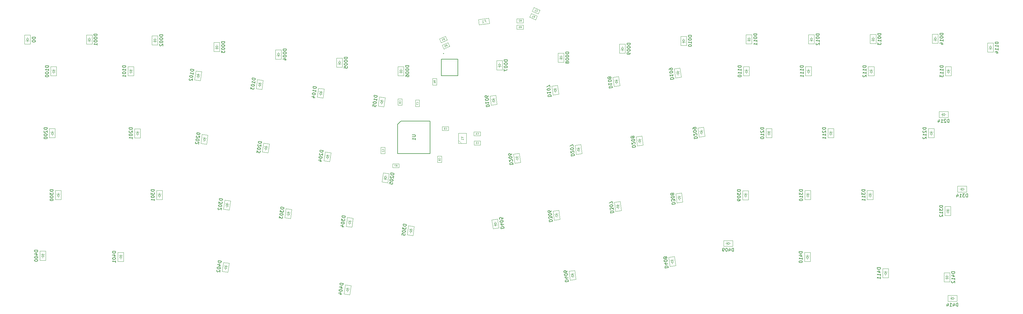
<source format=gbr>
G04 #@! TF.GenerationSoftware,KiCad,Pcbnew,(5.1.9)-1*
G04 #@! TF.CreationDate,2021-06-30T09:07:23+01:00*
G04 #@! TF.ProjectId,Paul-PCB-KICAD,5061756c-2d50-4434-922d-4b494341442e,rev?*
G04 #@! TF.SameCoordinates,Original*
G04 #@! TF.FileFunction,Other,Fab,Bot*
%FSLAX46Y46*%
G04 Gerber Fmt 4.6, Leading zero omitted, Abs format (unit mm)*
G04 Created by KiCad (PCBNEW (5.1.9)-1) date 2021-06-30 09:07:23*
%MOMM*%
%LPD*%
G01*
G04 APERTURE LIST*
%ADD10C,0.127000*%
%ADD11C,0.200000*%
%ADD12C,0.100000*%
%ADD13C,0.150000*%
%ADD14C,0.080000*%
%ADD15C,0.105000*%
%ADD16C,0.120000*%
G04 APERTURE END LIST*
D10*
X143245000Y67500000D02*
X138145000Y67500000D01*
X138145000Y67500000D02*
X138145000Y72600000D01*
X138145000Y72600000D02*
X143245000Y72600000D01*
X143245000Y72600000D02*
X143245000Y67500000D01*
D11*
X138920000Y74300000D02*
G75*
G03*
X138920000Y74300000I-100000J0D01*
G01*
D12*
X161392500Y81775000D02*
X163392500Y81775000D01*
X161392500Y83025000D02*
X161392500Y81775000D01*
X163392500Y83025000D02*
X161392500Y83025000D01*
X163392500Y81775000D02*
X163392500Y83025000D01*
X163392500Y83765000D02*
X163392500Y85015000D01*
X163392500Y85015000D02*
X161392500Y85015000D01*
X161392500Y85015000D02*
X161392500Y83765000D01*
X161392500Y83765000D02*
X163392500Y83765000D01*
X165325539Y85501728D02*
X167159659Y84704229D01*
X165823975Y86648053D02*
X165325539Y85501728D01*
X167658095Y85850554D02*
X165823975Y86648053D01*
X167159659Y84704229D02*
X167658095Y85850554D01*
X166134929Y87311775D02*
X167969049Y86514276D01*
X166633365Y88458100D02*
X166134929Y87311775D01*
X168467485Y87660601D02*
X166633365Y88458100D01*
X167969049Y86514276D02*
X168467485Y87660601D01*
X144380000Y46620000D02*
X143380000Y47620000D01*
X145880000Y49820000D02*
X145880000Y46620000D01*
X143380000Y49820000D02*
X145880000Y49820000D01*
X143380000Y46620000D02*
X143380000Y49820000D01*
X145880000Y46620000D02*
X143380000Y46620000D01*
X123150000Y40425000D02*
X123150000Y39175000D01*
X123150000Y39175000D02*
X125150000Y39175000D01*
X125150000Y39175000D02*
X125150000Y40425000D01*
X125150000Y40425000D02*
X123150000Y40425000D01*
X135475000Y64637500D02*
X136725000Y64637500D01*
X136725000Y64637500D02*
X136725000Y66637500D01*
X136725000Y66637500D02*
X135475000Y66637500D01*
X135475000Y66637500D02*
X135475000Y64637500D01*
X138396905Y76860554D02*
X138895341Y75714229D01*
X138895341Y75714229D02*
X140729461Y76511728D01*
X140729461Y76511728D02*
X140231025Y77658053D01*
X140231025Y77658053D02*
X138396905Y76860554D01*
X137596905Y78810554D02*
X138095341Y77664229D01*
X138095341Y77664229D02*
X139929461Y78461728D01*
X139929461Y78461728D02*
X139431025Y79608053D01*
X139431025Y79608053D02*
X137596905Y78810554D01*
X149567858Y84724695D02*
X149790535Y83140267D01*
X149790535Y83140267D02*
X152959392Y83585621D01*
X152959392Y83585621D02*
X152736715Y85170049D01*
X152736715Y85170049D02*
X149567858Y84724695D01*
X295670000Y-1010000D02*
X296170000Y-1010000D01*
X295670000Y-610000D02*
X295070000Y-1010000D01*
X295670000Y-1410000D02*
X295670000Y-610000D01*
X295070000Y-1010000D02*
X295670000Y-1410000D01*
X295070000Y-1010000D02*
X295070000Y-460000D01*
X295070000Y-1010000D02*
X295070000Y-1560000D01*
X294670000Y-1010000D02*
X295070000Y-1010000D01*
X294020000Y-110000D02*
X294020000Y-1910000D01*
X296820000Y-110000D02*
X294020000Y-110000D01*
X296820000Y-1910000D02*
X296820000Y-110000D01*
X294020000Y-1910000D02*
X296820000Y-1910000D01*
X298670000Y32590000D02*
X299170000Y32590000D01*
X298670000Y32990000D02*
X298070000Y32590000D01*
X298670000Y32190000D02*
X298670000Y32990000D01*
X298070000Y32590000D02*
X298670000Y32190000D01*
X298070000Y32590000D02*
X298070000Y33140000D01*
X298070000Y32590000D02*
X298070000Y32040000D01*
X297670000Y32590000D02*
X298070000Y32590000D01*
X297020000Y33490000D02*
X297020000Y31690000D01*
X299820000Y33490000D02*
X297020000Y33490000D01*
X299820000Y31690000D02*
X299820000Y33490000D01*
X297020000Y31690000D02*
X299820000Y31690000D01*
X292940000Y55540000D02*
X293440000Y55540000D01*
X292940000Y55940000D02*
X292340000Y55540000D01*
X292940000Y55140000D02*
X292940000Y55940000D01*
X292340000Y55540000D02*
X292940000Y55140000D01*
X292340000Y55540000D02*
X292340000Y56090000D01*
X292340000Y55540000D02*
X292340000Y54990000D01*
X291940000Y55540000D02*
X292340000Y55540000D01*
X291290000Y56440000D02*
X291290000Y54640000D01*
X294090000Y56440000D02*
X291290000Y56440000D01*
X294090000Y54640000D02*
X294090000Y56440000D01*
X291290000Y54640000D02*
X294090000Y54640000D01*
X307100000Y76400000D02*
X307100000Y76900000D01*
X306700000Y76400000D02*
X307100000Y75800000D01*
X307500000Y76400000D02*
X306700000Y76400000D01*
X307100000Y75800000D02*
X307500000Y76400000D01*
X307100000Y75800000D02*
X306550000Y75800000D01*
X307100000Y75800000D02*
X307650000Y75800000D01*
X307100000Y75400000D02*
X307100000Y75800000D01*
X306200000Y74750000D02*
X308000000Y74750000D01*
X306200000Y77550000D02*
X306200000Y74750000D01*
X308000000Y77550000D02*
X306200000Y77550000D01*
X308000000Y74750000D02*
X308000000Y77550000D01*
X290100000Y79100000D02*
X290100000Y79600000D01*
X289700000Y79100000D02*
X290100000Y78500000D01*
X290500000Y79100000D02*
X289700000Y79100000D01*
X290100000Y78500000D02*
X290500000Y79100000D01*
X290100000Y78500000D02*
X289550000Y78500000D01*
X290100000Y78500000D02*
X290650000Y78500000D01*
X290100000Y78100000D02*
X290100000Y78500000D01*
X289200000Y77450000D02*
X291000000Y77450000D01*
X289200000Y80250000D02*
X289200000Y77450000D01*
X291000000Y80250000D02*
X289200000Y80250000D01*
X291000000Y77450000D02*
X291000000Y80250000D01*
X294150000Y68600000D02*
X294150000Y68100000D01*
X294550000Y68600000D02*
X294150000Y69200000D01*
X293750000Y68600000D02*
X294550000Y68600000D01*
X294150000Y69200000D02*
X293750000Y68600000D01*
X294150000Y69200000D02*
X294700000Y69200000D01*
X294150000Y69200000D02*
X293600000Y69200000D01*
X294150000Y69600000D02*
X294150000Y69200000D01*
X295050000Y70250000D02*
X293250000Y70250000D01*
X295050000Y67450000D02*
X295050000Y70250000D01*
X293250000Y67450000D02*
X295050000Y67450000D01*
X293250000Y70250000D02*
X293250000Y67450000D01*
X271000000Y79000000D02*
X271000000Y79500000D01*
X270600000Y79000000D02*
X271000000Y78400000D01*
X271400000Y79000000D02*
X270600000Y79000000D01*
X271000000Y78400000D02*
X271400000Y79000000D01*
X271000000Y78400000D02*
X270450000Y78400000D01*
X271000000Y78400000D02*
X271550000Y78400000D01*
X271000000Y78000000D02*
X271000000Y78400000D01*
X270100000Y77350000D02*
X271900000Y77350000D01*
X270100000Y80150000D02*
X270100000Y77350000D01*
X271900000Y80150000D02*
X270100000Y80150000D01*
X271900000Y77350000D02*
X271900000Y80150000D01*
X293720000Y5730000D02*
X293720000Y6230000D01*
X293320000Y5730000D02*
X293720000Y5130000D01*
X294120000Y5730000D02*
X293320000Y5730000D01*
X293720000Y5130000D02*
X294120000Y5730000D01*
X293720000Y5130000D02*
X293170000Y5130000D01*
X293720000Y5130000D02*
X294270000Y5130000D01*
X293720000Y4730000D02*
X293720000Y5130000D01*
X292820000Y4080000D02*
X294620000Y4080000D01*
X292820000Y6880000D02*
X292820000Y4080000D01*
X294620000Y6880000D02*
X292820000Y6880000D01*
X294620000Y4080000D02*
X294620000Y6880000D01*
X294010000Y25600000D02*
X294010000Y25100000D01*
X294410000Y25600000D02*
X294010000Y26200000D01*
X293610000Y25600000D02*
X294410000Y25600000D01*
X294010000Y26200000D02*
X293610000Y25600000D01*
X294010000Y26200000D02*
X294560000Y26200000D01*
X294010000Y26200000D02*
X293460000Y26200000D01*
X294010000Y26600000D02*
X294010000Y26200000D01*
X294910000Y27250000D02*
X293110000Y27250000D01*
X294910000Y24450000D02*
X294910000Y27250000D01*
X293110000Y24450000D02*
X294910000Y24450000D01*
X293110000Y27250000D02*
X293110000Y24450000D01*
X288890000Y49540000D02*
X288890000Y49040000D01*
X289290000Y49540000D02*
X288890000Y50140000D01*
X288490000Y49540000D02*
X289290000Y49540000D01*
X288890000Y50140000D02*
X288490000Y49540000D01*
X288890000Y50140000D02*
X289440000Y50140000D01*
X288890000Y50140000D02*
X288340000Y50140000D01*
X288890000Y50540000D02*
X288890000Y50140000D01*
X289790000Y51190000D02*
X287990000Y51190000D01*
X289790000Y48390000D02*
X289790000Y51190000D01*
X287990000Y48390000D02*
X289790000Y48390000D01*
X287990000Y51190000D02*
X287990000Y48390000D01*
X270400000Y68600000D02*
X270400000Y68100000D01*
X270800000Y68600000D02*
X270400000Y69200000D01*
X270000000Y68600000D02*
X270800000Y68600000D01*
X270400000Y69200000D02*
X270000000Y68600000D01*
X270400000Y69200000D02*
X270950000Y69200000D01*
X270400000Y69200000D02*
X269850000Y69200000D01*
X270400000Y69600000D02*
X270400000Y69200000D01*
X271300000Y70250000D02*
X269500000Y70250000D01*
X271300000Y67450000D02*
X271300000Y70250000D01*
X269500000Y67450000D02*
X271300000Y67450000D01*
X269500000Y70250000D02*
X269500000Y67450000D01*
X252000000Y78950000D02*
X252000000Y79450000D01*
X251600000Y78950000D02*
X252000000Y78350000D01*
X252400000Y78950000D02*
X251600000Y78950000D01*
X252000000Y78350000D02*
X252400000Y78950000D01*
X252000000Y78350000D02*
X251450000Y78350000D01*
X252000000Y78350000D02*
X252550000Y78350000D01*
X252000000Y77950000D02*
X252000000Y78350000D01*
X251100000Y77300000D02*
X252900000Y77300000D01*
X251100000Y80100000D02*
X251100000Y77300000D01*
X252900000Y80100000D02*
X251100000Y80100000D01*
X252900000Y77300000D02*
X252900000Y80100000D01*
X274850000Y6490000D02*
X274850000Y5990000D01*
X275250000Y6490000D02*
X274850000Y7090000D01*
X274450000Y6490000D02*
X275250000Y6490000D01*
X274850000Y7090000D02*
X274450000Y6490000D01*
X274850000Y7090000D02*
X275400000Y7090000D01*
X274850000Y7090000D02*
X274300000Y7090000D01*
X274850000Y7490000D02*
X274850000Y7090000D01*
X275750000Y8140000D02*
X273950000Y8140000D01*
X275750000Y5340000D02*
X275750000Y8140000D01*
X273950000Y5340000D02*
X275750000Y5340000D01*
X273950000Y8140000D02*
X273950000Y5340000D01*
X270080000Y30510000D02*
X270080000Y30010000D01*
X270480000Y30510000D02*
X270080000Y31110000D01*
X269680000Y30510000D02*
X270480000Y30510000D01*
X270080000Y31110000D02*
X269680000Y30510000D01*
X270080000Y31110000D02*
X270630000Y31110000D01*
X270080000Y31110000D02*
X269530000Y31110000D01*
X270080000Y31510000D02*
X270080000Y31110000D01*
X270980000Y32160000D02*
X269180000Y32160000D01*
X270980000Y29360000D02*
X270980000Y32160000D01*
X269180000Y29360000D02*
X270980000Y29360000D01*
X269180000Y32160000D02*
X269180000Y29360000D01*
X257980000Y49550000D02*
X257980000Y49050000D01*
X258380000Y49550000D02*
X257980000Y50150000D01*
X257580000Y49550000D02*
X258380000Y49550000D01*
X257980000Y50150000D02*
X257580000Y49550000D01*
X257980000Y50150000D02*
X258530000Y50150000D01*
X257980000Y50150000D02*
X257430000Y50150000D01*
X257980000Y50550000D02*
X257980000Y50150000D01*
X258880000Y51200000D02*
X257080000Y51200000D01*
X258880000Y48400000D02*
X258880000Y51200000D01*
X257080000Y48400000D02*
X258880000Y48400000D01*
X257080000Y51200000D02*
X257080000Y48400000D01*
X251100000Y68600000D02*
X251100000Y68100000D01*
X251500000Y68600000D02*
X251100000Y69200000D01*
X250700000Y68600000D02*
X251500000Y68600000D01*
X251100000Y69200000D02*
X250700000Y68600000D01*
X251100000Y69200000D02*
X251650000Y69200000D01*
X251100000Y69200000D02*
X250550000Y69200000D01*
X251100000Y69600000D02*
X251100000Y69200000D01*
X252000000Y70250000D02*
X250200000Y70250000D01*
X252000000Y67450000D02*
X252000000Y70250000D01*
X250200000Y67450000D02*
X252000000Y67450000D01*
X250200000Y70250000D02*
X250200000Y67450000D01*
X232800000Y78950000D02*
X232800000Y79450000D01*
X232400000Y78950000D02*
X232800000Y78350000D01*
X233200000Y78950000D02*
X232400000Y78950000D01*
X232800000Y78350000D02*
X233200000Y78950000D01*
X232800000Y78350000D02*
X232250000Y78350000D01*
X232800000Y78350000D02*
X233350000Y78350000D01*
X232800000Y77950000D02*
X232800000Y78350000D01*
X231900000Y77300000D02*
X233700000Y77300000D01*
X231900000Y80100000D02*
X231900000Y77300000D01*
X233700000Y80100000D02*
X231900000Y80100000D01*
X233700000Y77300000D02*
X233700000Y80100000D01*
X250780000Y11450000D02*
X250780000Y10950000D01*
X251180000Y11450000D02*
X250780000Y12050000D01*
X250380000Y11450000D02*
X251180000Y11450000D01*
X250780000Y12050000D02*
X250380000Y11450000D01*
X250780000Y12050000D02*
X251330000Y12050000D01*
X250780000Y12050000D02*
X250230000Y12050000D01*
X250780000Y12450000D02*
X250780000Y12050000D01*
X251680000Y13100000D02*
X249880000Y13100000D01*
X251680000Y10300000D02*
X251680000Y13100000D01*
X249880000Y10300000D02*
X251680000Y10300000D01*
X249880000Y13100000D02*
X249880000Y10300000D01*
X250900000Y30500000D02*
X250900000Y30000000D01*
X251300000Y30500000D02*
X250900000Y31100000D01*
X250500000Y30500000D02*
X251300000Y30500000D01*
X250900000Y31100000D02*
X250500000Y30500000D01*
X250900000Y31100000D02*
X251450000Y31100000D01*
X250900000Y31100000D02*
X250350000Y31100000D01*
X250900000Y31500000D02*
X250900000Y31100000D01*
X251800000Y32150000D02*
X250000000Y32150000D01*
X251800000Y29350000D02*
X251800000Y32150000D01*
X250000000Y29350000D02*
X251800000Y29350000D01*
X250000000Y32150000D02*
X250000000Y29350000D01*
X238950000Y49575000D02*
X238950000Y49075000D01*
X239350000Y49575000D02*
X238950000Y50175000D01*
X238550000Y49575000D02*
X239350000Y49575000D01*
X238950000Y50175000D02*
X238550000Y49575000D01*
X238950000Y50175000D02*
X239500000Y50175000D01*
X238950000Y50175000D02*
X238400000Y50175000D01*
X238950000Y50575000D02*
X238950000Y50175000D01*
X239850000Y51225000D02*
X238050000Y51225000D01*
X239850000Y48425000D02*
X239850000Y51225000D01*
X238050000Y48425000D02*
X239850000Y48425000D01*
X238050000Y51225000D02*
X238050000Y48425000D01*
X232000000Y68600000D02*
X232000000Y68100000D01*
X232400000Y68600000D02*
X232000000Y69200000D01*
X231600000Y68600000D02*
X232400000Y68600000D01*
X232000000Y69200000D02*
X231600000Y68600000D01*
X232000000Y69200000D02*
X232550000Y69200000D01*
X232000000Y69200000D02*
X231450000Y69200000D01*
X232000000Y69600000D02*
X232000000Y69200000D01*
X232900000Y70250000D02*
X231100000Y70250000D01*
X232900000Y67450000D02*
X232900000Y70250000D01*
X231100000Y67450000D02*
X232900000Y67450000D01*
X231100000Y70250000D02*
X231100000Y67450000D01*
X212700000Y78450000D02*
X212700000Y78950000D01*
X212300000Y78450000D02*
X212700000Y77850000D01*
X213100000Y78450000D02*
X212300000Y78450000D01*
X212700000Y77850000D02*
X213100000Y78450000D01*
X212700000Y77850000D02*
X212150000Y77850000D01*
X212700000Y77850000D02*
X213250000Y77850000D01*
X212700000Y77450000D02*
X212700000Y77850000D01*
X211800000Y76800000D02*
X213600000Y76800000D01*
X211800000Y79600000D02*
X211800000Y76800000D01*
X213600000Y79600000D02*
X211800000Y79600000D01*
X213600000Y76800000D02*
X213600000Y79600000D01*
X226660000Y15890000D02*
X227160000Y15890000D01*
X226660000Y16290000D02*
X226060000Y15890000D01*
X226660000Y15490000D02*
X226660000Y16290000D01*
X226060000Y15890000D02*
X226660000Y15490000D01*
X226060000Y15890000D02*
X226060000Y16440000D01*
X226060000Y15890000D02*
X226060000Y15340000D01*
X225660000Y15890000D02*
X226060000Y15890000D01*
X225010000Y16790000D02*
X225010000Y14990000D01*
X227810000Y16790000D02*
X225010000Y16790000D01*
X227810000Y14990000D02*
X227810000Y16790000D01*
X225010000Y14990000D02*
X227810000Y14990000D01*
X231780000Y30480000D02*
X231780000Y29980000D01*
X232180000Y30480000D02*
X231780000Y31080000D01*
X231380000Y30480000D02*
X232180000Y30480000D01*
X231780000Y31080000D02*
X231380000Y30480000D01*
X231780000Y31080000D02*
X232330000Y31080000D01*
X231780000Y31080000D02*
X231230000Y31080000D01*
X231780000Y31480000D02*
X231780000Y31080000D01*
X232680000Y32130000D02*
X230880000Y32130000D01*
X232680000Y29330000D02*
X232680000Y32130000D01*
X230880000Y29330000D02*
X232680000Y29330000D01*
X230880000Y32130000D02*
X230880000Y29330000D01*
X218214429Y49868491D02*
X218284016Y49373357D01*
X218610537Y49924160D02*
X218130925Y50462652D01*
X217818322Y49812822D02*
X218610537Y49924160D01*
X218130925Y50462652D02*
X217818322Y49812822D01*
X218130925Y50462652D02*
X218675573Y50539197D01*
X218130925Y50462652D02*
X217586278Y50386107D01*
X218075256Y50858759D02*
X218130925Y50462652D01*
X218876035Y51627689D02*
X217093552Y51377178D01*
X219265720Y48854938D02*
X218876035Y51627689D01*
X217483237Y48604427D02*
X219265720Y48854938D01*
X217093552Y51377178D02*
X217483237Y48604427D01*
X210934793Y68102433D02*
X211004380Y67607299D01*
X211330901Y68158102D02*
X210851289Y68696594D01*
X210538686Y68046764D02*
X211330901Y68158102D01*
X210851289Y68696594D02*
X210538686Y68046764D01*
X210851289Y68696594D02*
X211395937Y68773139D01*
X210851289Y68696594D02*
X210306642Y68620049D01*
X210795620Y69092701D02*
X210851289Y68696594D01*
X211596399Y69861631D02*
X209813916Y69611120D01*
X211986084Y67088880D02*
X211596399Y69861631D01*
X210203601Y66838369D02*
X211986084Y67088880D01*
X209813916Y69611120D02*
X210203601Y66838369D01*
X193850000Y76050000D02*
X193850000Y76550000D01*
X193450000Y76050000D02*
X193850000Y75450000D01*
X194250000Y76050000D02*
X193450000Y76050000D01*
X193850000Y75450000D02*
X194250000Y76050000D01*
X193850000Y75450000D02*
X193300000Y75450000D01*
X193850000Y75450000D02*
X194400000Y75450000D01*
X193850000Y75050000D02*
X193850000Y75450000D01*
X192950000Y74400000D02*
X194750000Y74400000D01*
X192950000Y77200000D02*
X192950000Y74400000D01*
X194750000Y77200000D02*
X192950000Y77200000D01*
X194750000Y74400000D02*
X194750000Y77200000D01*
X209225157Y10076375D02*
X209294744Y9581241D01*
X209621265Y10132044D02*
X209141653Y10670536D01*
X208829050Y10020706D02*
X209621265Y10132044D01*
X209141653Y10670536D02*
X208829050Y10020706D01*
X209141653Y10670536D02*
X209686301Y10747081D01*
X209141653Y10670536D02*
X208597006Y10593991D01*
X209085984Y11066643D02*
X209141653Y10670536D01*
X209886763Y11835573D02*
X208104280Y11585062D01*
X210276448Y9062822D02*
X209886763Y11835573D01*
X208493965Y8812311D02*
X210276448Y9062822D01*
X208104280Y11585062D02*
X208493965Y8812311D01*
X211394429Y29658491D02*
X211464016Y29163357D01*
X211790537Y29714160D02*
X211310925Y30252652D01*
X210998322Y29602822D02*
X211790537Y29714160D01*
X211310925Y30252652D02*
X210998322Y29602822D01*
X211310925Y30252652D02*
X211855573Y30329197D01*
X211310925Y30252652D02*
X210766278Y30176107D01*
X211255256Y30648759D02*
X211310925Y30252652D01*
X212056035Y31417689D02*
X210273552Y31167178D01*
X212445720Y28644938D02*
X212056035Y31417689D01*
X210663237Y28394427D02*
X212445720Y28644938D01*
X210273552Y31167178D02*
X210663237Y28394427D01*
X199189429Y47193491D02*
X199259016Y46698357D01*
X199585537Y47249160D02*
X199105925Y47787652D01*
X198793322Y47137822D02*
X199585537Y47249160D01*
X199105925Y47787652D02*
X198793322Y47137822D01*
X199105925Y47787652D02*
X199650573Y47864197D01*
X199105925Y47787652D02*
X198561278Y47711107D01*
X199050256Y48183759D02*
X199105925Y47787652D01*
X199851035Y48952689D02*
X198068552Y48702178D01*
X200240720Y46179938D02*
X199851035Y48952689D01*
X198458237Y45929427D02*
X200240720Y46179938D01*
X198068552Y48702178D02*
X198458237Y45929427D01*
X192055157Y65436375D02*
X192124744Y64941241D01*
X192451265Y65492044D02*
X191971653Y66030536D01*
X191659050Y65380706D02*
X192451265Y65492044D01*
X191971653Y66030536D02*
X191659050Y65380706D01*
X191971653Y66030536D02*
X192516301Y66107081D01*
X191971653Y66030536D02*
X191427006Y65953991D01*
X191915984Y66426643D02*
X191971653Y66030536D01*
X192716763Y67195573D02*
X190934280Y66945062D01*
X193106448Y64422822D02*
X192716763Y67195573D01*
X191323965Y64172311D02*
X193106448Y64422822D01*
X190934280Y66945062D02*
X191323965Y64172311D01*
X174950000Y73300000D02*
X174950000Y73800000D01*
X174550000Y73300000D02*
X174950000Y72700000D01*
X175350000Y73300000D02*
X174550000Y73300000D01*
X174950000Y72700000D02*
X175350000Y73300000D01*
X174950000Y72700000D02*
X174400000Y72700000D01*
X174950000Y72700000D02*
X175500000Y72700000D01*
X174950000Y72300000D02*
X174950000Y72700000D01*
X174050000Y71650000D02*
X175850000Y71650000D01*
X174050000Y74450000D02*
X174050000Y71650000D01*
X175850000Y74450000D02*
X174050000Y74450000D01*
X175850000Y71650000D02*
X175850000Y74450000D01*
X192494793Y27002433D02*
X192564380Y26507299D01*
X192890901Y27058102D02*
X192411289Y27596594D01*
X192098686Y26946764D02*
X192890901Y27058102D01*
X192411289Y27596594D02*
X192098686Y26946764D01*
X192411289Y27596594D02*
X192955937Y27673139D01*
X192411289Y27596594D02*
X191866642Y27520049D01*
X192355620Y27992701D02*
X192411289Y27596594D01*
X193156399Y28761631D02*
X191373916Y28511120D01*
X193546084Y25988880D02*
X193156399Y28761631D01*
X191763601Y25738369D02*
X193546084Y25988880D01*
X191373916Y28511120D02*
X191763601Y25738369D01*
X180389429Y44543491D02*
X180459016Y44048357D01*
X180785537Y44599160D02*
X180305925Y45137652D01*
X179993322Y44487822D02*
X180785537Y44599160D01*
X180305925Y45137652D02*
X179993322Y44487822D01*
X180305925Y45137652D02*
X180850573Y45214197D01*
X180305925Y45137652D02*
X179761278Y45061107D01*
X180250256Y45533759D02*
X180305925Y45137652D01*
X181051035Y46302689D02*
X179268552Y46052178D01*
X181440720Y43529938D02*
X181051035Y46302689D01*
X179658237Y43279427D02*
X181440720Y43529938D01*
X179268552Y46052178D02*
X179658237Y43279427D01*
X173225521Y62786375D02*
X173295108Y62291241D01*
X173621629Y62842044D02*
X173142017Y63380536D01*
X172829414Y62730706D02*
X173621629Y62842044D01*
X173142017Y63380536D02*
X172829414Y62730706D01*
X173142017Y63380536D02*
X173686665Y63457081D01*
X173142017Y63380536D02*
X172597370Y63303991D01*
X173086348Y63776643D02*
X173142017Y63380536D01*
X173887127Y64545573D02*
X172104644Y64295062D01*
X174276812Y61772822D02*
X173887127Y64545573D01*
X172494329Y61522311D02*
X174276812Y61772822D01*
X172104644Y64295062D02*
X172494329Y61522311D01*
X156050000Y70950000D02*
X156050000Y71450000D01*
X155650000Y70950000D02*
X156050000Y70350000D01*
X156450000Y70950000D02*
X155650000Y70950000D01*
X156050000Y70350000D02*
X156450000Y70950000D01*
X156050000Y70350000D02*
X155500000Y70350000D01*
X156050000Y70350000D02*
X156600000Y70350000D01*
X156050000Y69950000D02*
X156050000Y70350000D01*
X155150000Y69300000D02*
X156950000Y69300000D01*
X155150000Y72100000D02*
X155150000Y69300000D01*
X156950000Y72100000D02*
X155150000Y72100000D01*
X156950000Y69300000D02*
X156950000Y72100000D01*
X178544429Y5818491D02*
X178614016Y5323357D01*
X178940537Y5874160D02*
X178460925Y6412652D01*
X178148322Y5762822D02*
X178940537Y5874160D01*
X178460925Y6412652D02*
X178148322Y5762822D01*
X178460925Y6412652D02*
X179005573Y6489197D01*
X178460925Y6412652D02*
X177916278Y6336107D01*
X178405256Y6808759D02*
X178460925Y6412652D01*
X179206035Y7577689D02*
X177423552Y7327178D01*
X179595720Y4804938D02*
X179206035Y7577689D01*
X177813237Y4554427D02*
X179595720Y4804938D01*
X177423552Y7327178D02*
X177813237Y4554427D01*
X173624793Y24332433D02*
X173694380Y23837299D01*
X174020901Y24388102D02*
X173541289Y24926594D01*
X173228686Y24276764D02*
X174020901Y24388102D01*
X173541289Y24926594D02*
X173228686Y24276764D01*
X173541289Y24926594D02*
X174085937Y25003139D01*
X173541289Y24926594D02*
X172996642Y24850049D01*
X173485620Y25322701D02*
X173541289Y24926594D01*
X174286399Y26091631D02*
X172503916Y25841120D01*
X174676084Y23318880D02*
X174286399Y26091631D01*
X172893601Y23068369D02*
X174676084Y23318880D01*
X172503916Y25841120D02*
X172893601Y23068369D01*
X161480157Y41861375D02*
X161549744Y41366241D01*
X161876265Y41917044D02*
X161396653Y42455536D01*
X161084050Y41805706D02*
X161876265Y41917044D01*
X161396653Y42455536D02*
X161084050Y41805706D01*
X161396653Y42455536D02*
X161941301Y42532081D01*
X161396653Y42455536D02*
X160852006Y42378991D01*
X161340984Y42851643D02*
X161396653Y42455536D01*
X162141763Y43620573D02*
X160359280Y43370062D01*
X162531448Y40847822D02*
X162141763Y43620573D01*
X160748965Y40597311D02*
X162531448Y40847822D01*
X160359280Y43370062D02*
X160748965Y40597311D01*
X154234793Y59677433D02*
X154304380Y59182299D01*
X154630901Y59733102D02*
X154151289Y60271594D01*
X153838686Y59621764D02*
X154630901Y59733102D01*
X154151289Y60271594D02*
X153838686Y59621764D01*
X154151289Y60271594D02*
X154695937Y60348139D01*
X154151289Y60271594D02*
X153606642Y60195049D01*
X154095620Y60667701D02*
X154151289Y60271594D01*
X154896399Y61436631D02*
X153113916Y61186120D01*
X155286084Y58663880D02*
X154896399Y61436631D01*
X153503601Y58413369D02*
X155286084Y58663880D01*
X153113916Y61186120D02*
X153503601Y58413369D01*
X125700000Y69150000D02*
X125700000Y69650000D01*
X125300000Y69150000D02*
X125700000Y68550000D01*
X126100000Y69150000D02*
X125300000Y69150000D01*
X125700000Y68550000D02*
X126100000Y69150000D01*
X125700000Y68550000D02*
X125150000Y68550000D01*
X125700000Y68550000D02*
X126250000Y68550000D01*
X125700000Y68150000D02*
X125700000Y68550000D01*
X124800000Y67500000D02*
X126600000Y67500000D01*
X124800000Y70300000D02*
X124800000Y67500000D01*
X126600000Y70300000D02*
X124800000Y70300000D01*
X126600000Y67500000D02*
X126600000Y70300000D01*
X154705207Y22137567D02*
X154635620Y22632701D01*
X154309099Y22081898D02*
X154788711Y21543406D01*
X155101314Y22193236D02*
X154309099Y22081898D01*
X154788711Y21543406D02*
X155101314Y22193236D01*
X154788711Y21543406D02*
X154244063Y21466861D01*
X154788711Y21543406D02*
X155333358Y21619951D01*
X154844380Y21147299D02*
X154788711Y21543406D01*
X154043601Y20378369D02*
X155826084Y20628880D01*
X153653916Y23151120D02*
X154043601Y20378369D01*
X155436399Y23401631D02*
X153653916Y23151120D01*
X155826084Y20628880D02*
X155436399Y23401631D01*
X128695571Y19558491D02*
X128625984Y19063357D01*
X129091678Y19502822D02*
X128779075Y20152652D01*
X128299463Y19614160D02*
X129091678Y19502822D01*
X128779075Y20152652D02*
X128299463Y19614160D01*
X128779075Y20152652D02*
X129323722Y20076107D01*
X128779075Y20152652D02*
X128234427Y20229197D01*
X128834744Y20548759D02*
X128779075Y20152652D01*
X129816448Y21067178D02*
X128033965Y21317689D01*
X129426763Y18294427D02*
X129816448Y21067178D01*
X127644280Y18544938D02*
X129426763Y18294427D01*
X128033965Y21317689D02*
X127644280Y18544938D01*
X120984793Y36347567D02*
X121054380Y36842701D01*
X120588686Y36403236D02*
X120901289Y35753406D01*
X121380901Y36291898D02*
X120588686Y36403236D01*
X120901289Y35753406D02*
X121380901Y36291898D01*
X120901289Y35753406D02*
X120356642Y35829951D01*
X120901289Y35753406D02*
X121445937Y35676861D01*
X120845620Y35357299D02*
X120901289Y35753406D01*
X119863916Y34838880D02*
X121646399Y34588369D01*
X120253601Y37611631D02*
X119863916Y34838880D01*
X122036084Y37361120D02*
X120253601Y37611631D01*
X121646399Y34588369D02*
X122036084Y37361120D01*
X119735571Y59168491D02*
X119665984Y58673357D01*
X120131678Y59112822D02*
X119819075Y59762652D01*
X119339463Y59224160D02*
X120131678Y59112822D01*
X119819075Y59762652D02*
X119339463Y59224160D01*
X119819075Y59762652D02*
X120363722Y59686107D01*
X119819075Y59762652D02*
X119274427Y59839197D01*
X119874744Y60158759D02*
X119819075Y59762652D01*
X120856448Y60677178D02*
X119073965Y60927689D01*
X120466763Y57904427D02*
X120856448Y60677178D01*
X118684280Y58154938D02*
X120466763Y57904427D01*
X119073965Y60927689D02*
X118684280Y58154938D01*
X106800000Y71750000D02*
X106800000Y72250000D01*
X106400000Y71750000D02*
X106800000Y71150000D01*
X107200000Y71750000D02*
X106400000Y71750000D01*
X106800000Y71150000D02*
X107200000Y71750000D01*
X106800000Y71150000D02*
X106250000Y71150000D01*
X106800000Y71150000D02*
X107350000Y71150000D01*
X106800000Y70750000D02*
X106800000Y71150000D01*
X105900000Y70100000D02*
X107700000Y70100000D01*
X105900000Y72900000D02*
X105900000Y70100000D01*
X107700000Y72900000D02*
X105900000Y72900000D01*
X107700000Y70100000D02*
X107700000Y72900000D01*
X109245571Y1388491D02*
X109175984Y893357D01*
X109641678Y1332822D02*
X109329075Y1982652D01*
X108849463Y1444160D02*
X109641678Y1332822D01*
X109329075Y1982652D02*
X108849463Y1444160D01*
X109329075Y1982652D02*
X109873722Y1906107D01*
X109329075Y1982652D02*
X108784427Y2059197D01*
X109384744Y2378759D02*
X109329075Y1982652D01*
X110366448Y2897178D02*
X108583965Y3147689D01*
X109976763Y124427D02*
X110366448Y2897178D01*
X108194280Y374938D02*
X109976763Y124427D01*
X108583965Y3147689D02*
X108194280Y374938D01*
X109875571Y22138491D02*
X109805984Y21643357D01*
X110271678Y22082822D02*
X109959075Y22732652D01*
X109479463Y22194160D02*
X110271678Y22082822D01*
X109959075Y22732652D02*
X109479463Y22194160D01*
X109959075Y22732652D02*
X110503722Y22656107D01*
X109959075Y22732652D02*
X109414427Y22809197D01*
X110014744Y23128759D02*
X109959075Y22732652D01*
X110996448Y23647178D02*
X109213965Y23897689D01*
X110606763Y20874427D02*
X110996448Y23647178D01*
X108824280Y21124938D02*
X110606763Y20874427D01*
X109213965Y23897689D02*
X108824280Y21124938D01*
X103060571Y42293491D02*
X102990984Y41798357D01*
X103456678Y42237822D02*
X103144075Y42887652D01*
X102664463Y42349160D02*
X103456678Y42237822D01*
X103144075Y42887652D02*
X102664463Y42349160D01*
X103144075Y42887652D02*
X103688722Y42811107D01*
X103144075Y42887652D02*
X102599427Y42964197D01*
X103199744Y43283759D02*
X103144075Y42887652D01*
X104181448Y43802178D02*
X102398965Y44052689D01*
X103791763Y41029427D02*
X104181448Y43802178D01*
X102009280Y41279938D02*
X103791763Y41029427D01*
X102398965Y44052689D02*
X102009280Y41279938D01*
X100323965Y63627689D02*
X99934280Y60854938D01*
X99934280Y60854938D02*
X101716763Y60604427D01*
X101716763Y60604427D02*
X102106448Y63377178D01*
X102106448Y63377178D02*
X100323965Y63627689D01*
X101124744Y62858759D02*
X101069075Y62462652D01*
X101069075Y62462652D02*
X100524427Y62539197D01*
X101069075Y62462652D02*
X101613722Y62386107D01*
X101069075Y62462652D02*
X100589463Y61924160D01*
X100589463Y61924160D02*
X101381678Y61812822D01*
X101381678Y61812822D02*
X101069075Y62462652D01*
X100985571Y61868491D02*
X100915984Y61373357D01*
X88000000Y74250000D02*
X88000000Y74750000D01*
X87600000Y74250000D02*
X88000000Y73650000D01*
X88400000Y74250000D02*
X87600000Y74250000D01*
X88000000Y73650000D02*
X88400000Y74250000D01*
X88000000Y73650000D02*
X87450000Y73650000D01*
X88000000Y73650000D02*
X88550000Y73650000D01*
X88000000Y73250000D02*
X88000000Y73650000D01*
X87100000Y72600000D02*
X88900000Y72600000D01*
X87100000Y75400000D02*
X87100000Y72600000D01*
X88900000Y75400000D02*
X87100000Y75400000D01*
X88900000Y72600000D02*
X88900000Y75400000D01*
X91015571Y24808491D02*
X90945984Y24313357D01*
X91411678Y24752822D02*
X91099075Y25402652D01*
X90619463Y24864160D02*
X91411678Y24752822D01*
X91099075Y25402652D02*
X90619463Y24864160D01*
X91099075Y25402652D02*
X91643722Y25326107D01*
X91099075Y25402652D02*
X90554427Y25479197D01*
X91154744Y25798759D02*
X91099075Y25402652D01*
X92136448Y26317178D02*
X90353965Y26567689D01*
X91746763Y23544427D02*
X92136448Y26317178D01*
X89964280Y23794938D02*
X91746763Y23544427D01*
X90353965Y26567689D02*
X89964280Y23794938D01*
X84119843Y45011375D02*
X84050256Y44516241D01*
X84515950Y44955706D02*
X84203347Y45605536D01*
X83723735Y45067044D02*
X84515950Y44955706D01*
X84203347Y45605536D02*
X83723735Y45067044D01*
X84203347Y45605536D02*
X84747994Y45528991D01*
X84203347Y45605536D02*
X83658699Y45682081D01*
X84259016Y46001643D02*
X84203347Y45605536D01*
X85240720Y46520062D02*
X83458237Y46770573D01*
X84851035Y43747311D02*
X85240720Y46520062D01*
X83068552Y43997822D02*
X84851035Y43747311D01*
X83458237Y46770573D02*
X83068552Y43997822D01*
X82215207Y64502433D02*
X82145620Y64007299D01*
X82611314Y64446764D02*
X82298711Y65096594D01*
X81819099Y64558102D02*
X82611314Y64446764D01*
X82298711Y65096594D02*
X81819099Y64558102D01*
X82298711Y65096594D02*
X82843358Y65020049D01*
X82298711Y65096594D02*
X81754063Y65173139D01*
X82354380Y65492701D02*
X82298711Y65096594D01*
X83336084Y66011120D02*
X81553601Y66261631D01*
X82946399Y63238369D02*
X83336084Y66011120D01*
X81163916Y63488880D02*
X82946399Y63238369D01*
X81553601Y66261631D02*
X81163916Y63488880D01*
X69050000Y76550000D02*
X69050000Y77050000D01*
X68650000Y76550000D02*
X69050000Y75950000D01*
X69450000Y76550000D02*
X68650000Y76550000D01*
X69050000Y75950000D02*
X69450000Y76550000D01*
X69050000Y75950000D02*
X68500000Y75950000D01*
X69050000Y75950000D02*
X69600000Y75950000D01*
X69050000Y75550000D02*
X69050000Y75950000D01*
X68150000Y74900000D02*
X69950000Y74900000D01*
X68150000Y77700000D02*
X68150000Y74900000D01*
X69950000Y77700000D02*
X68150000Y77700000D01*
X69950000Y74900000D02*
X69950000Y77700000D01*
X71744843Y8276375D02*
X71675256Y7781241D01*
X72140950Y8220706D02*
X71828347Y8870536D01*
X71348735Y8332044D02*
X72140950Y8220706D01*
X71828347Y8870536D02*
X71348735Y8332044D01*
X71828347Y8870536D02*
X72372994Y8793991D01*
X71828347Y8870536D02*
X71283699Y8947081D01*
X71884016Y9266643D02*
X71828347Y8870536D01*
X72865720Y9785062D02*
X71083237Y10035573D01*
X72476035Y7012311D02*
X72865720Y9785062D01*
X70693552Y7262822D02*
X72476035Y7012311D01*
X71083237Y10035573D02*
X70693552Y7262822D01*
X72154843Y27436375D02*
X72085256Y26941241D01*
X72550950Y27380706D02*
X72238347Y28030536D01*
X71758735Y27492044D02*
X72550950Y27380706D01*
X72238347Y28030536D02*
X71758735Y27492044D01*
X72238347Y28030536D02*
X72782994Y27953991D01*
X72238347Y28030536D02*
X71693699Y28107081D01*
X72294016Y28426643D02*
X72238347Y28030536D01*
X73275720Y28945062D02*
X71493237Y29195573D01*
X72886035Y26172311D02*
X73275720Y28945062D01*
X71103552Y26422822D02*
X72886035Y26172311D01*
X71493237Y29195573D02*
X71103552Y26422822D01*
X65194843Y47686375D02*
X65125256Y47191241D01*
X65590950Y47630706D02*
X65278347Y48280536D01*
X64798735Y47742044D02*
X65590950Y47630706D01*
X65278347Y48280536D02*
X64798735Y47742044D01*
X65278347Y48280536D02*
X65822994Y48203991D01*
X65278347Y48280536D02*
X64733699Y48357081D01*
X65334016Y48676643D02*
X65278347Y48280536D01*
X66315720Y49195062D02*
X64533237Y49445573D01*
X65926035Y46422311D02*
X66315720Y49195062D01*
X64143552Y46672822D02*
X65926035Y46422311D01*
X64533237Y49445573D02*
X64143552Y46672822D01*
X63265207Y67202433D02*
X63195620Y66707299D01*
X63661314Y67146764D02*
X63348711Y67796594D01*
X62869099Y67258102D02*
X63661314Y67146764D01*
X63348711Y67796594D02*
X62869099Y67258102D01*
X63348711Y67796594D02*
X63893358Y67720049D01*
X63348711Y67796594D02*
X62804063Y67873139D01*
X63404380Y68192701D02*
X63348711Y67796594D01*
X64386084Y68711120D02*
X62603601Y68961631D01*
X63996399Y65938369D02*
X64386084Y68711120D01*
X62213916Y66188880D02*
X63996399Y65938369D01*
X62603601Y68961631D02*
X62213916Y66188880D01*
X50000000Y78650000D02*
X50000000Y79150000D01*
X49600000Y78650000D02*
X50000000Y78050000D01*
X50400000Y78650000D02*
X49600000Y78650000D01*
X50000000Y78050000D02*
X50400000Y78650000D01*
X50000000Y78050000D02*
X49450000Y78050000D01*
X50000000Y78050000D02*
X50550000Y78050000D01*
X50000000Y77650000D02*
X50000000Y78050000D01*
X49100000Y77000000D02*
X50900000Y77000000D01*
X49100000Y79800000D02*
X49100000Y77000000D01*
X50900000Y79800000D02*
X49100000Y79800000D01*
X50900000Y77000000D02*
X50900000Y79800000D01*
X39500000Y11500000D02*
X39500000Y11000000D01*
X39900000Y11500000D02*
X39500000Y12100000D01*
X39100000Y11500000D02*
X39900000Y11500000D01*
X39500000Y12100000D02*
X39100000Y11500000D01*
X39500000Y12100000D02*
X40050000Y12100000D01*
X39500000Y12100000D02*
X38950000Y12100000D01*
X39500000Y12500000D02*
X39500000Y12100000D01*
X40400000Y13150000D02*
X38600000Y13150000D01*
X40400000Y10350000D02*
X40400000Y13150000D01*
X38600000Y10350000D02*
X40400000Y10350000D01*
X38600000Y13150000D02*
X38600000Y10350000D01*
X51390000Y30500000D02*
X51390000Y30000000D01*
X51790000Y30500000D02*
X51390000Y31100000D01*
X50990000Y30500000D02*
X51790000Y30500000D01*
X51390000Y31100000D02*
X50990000Y30500000D01*
X51390000Y31100000D02*
X51940000Y31100000D01*
X51390000Y31100000D02*
X50840000Y31100000D01*
X51390000Y31500000D02*
X51390000Y31100000D01*
X52290000Y32150000D02*
X50490000Y32150000D01*
X52290000Y29350000D02*
X52290000Y32150000D01*
X50490000Y29350000D02*
X52290000Y29350000D01*
X50490000Y32150000D02*
X50490000Y29350000D01*
X44650000Y49525000D02*
X44650000Y49025000D01*
X45050000Y49525000D02*
X44650000Y50125000D01*
X44250000Y49525000D02*
X45050000Y49525000D01*
X44650000Y50125000D02*
X44250000Y49525000D01*
X44650000Y50125000D02*
X45200000Y50125000D01*
X44650000Y50125000D02*
X44100000Y50125000D01*
X44650000Y50525000D02*
X44650000Y50125000D01*
X45550000Y51175000D02*
X43750000Y51175000D01*
X45550000Y48375000D02*
X45550000Y51175000D01*
X43750000Y48375000D02*
X45550000Y48375000D01*
X43750000Y51175000D02*
X43750000Y48375000D01*
X42600000Y68600000D02*
X42600000Y68100000D01*
X43000000Y68600000D02*
X42600000Y69200000D01*
X42200000Y68600000D02*
X43000000Y68600000D01*
X42600000Y69200000D02*
X42200000Y68600000D01*
X42600000Y69200000D02*
X43150000Y69200000D01*
X42600000Y69200000D02*
X42050000Y69200000D01*
X42600000Y69600000D02*
X42600000Y69200000D01*
X43500000Y70250000D02*
X41700000Y70250000D01*
X43500000Y67450000D02*
X43500000Y70250000D01*
X41700000Y67450000D02*
X43500000Y67450000D01*
X41700000Y70250000D02*
X41700000Y67450000D01*
X29800000Y78850000D02*
X29800000Y79350000D01*
X29400000Y78850000D02*
X29800000Y78250000D01*
X30200000Y78850000D02*
X29400000Y78850000D01*
X29800000Y78250000D02*
X30200000Y78850000D01*
X29800000Y78250000D02*
X29250000Y78250000D01*
X29800000Y78250000D02*
X30350000Y78250000D01*
X29800000Y77850000D02*
X29800000Y78250000D01*
X28900000Y77200000D02*
X30700000Y77200000D01*
X28900000Y80000000D02*
X28900000Y77200000D01*
X30700000Y80000000D02*
X28900000Y80000000D01*
X30700000Y77200000D02*
X30700000Y80000000D01*
X15520000Y11860000D02*
X15520000Y11360000D01*
X15920000Y11860000D02*
X15520000Y12460000D01*
X15120000Y11860000D02*
X15920000Y11860000D01*
X15520000Y12460000D02*
X15120000Y11860000D01*
X15520000Y12460000D02*
X16070000Y12460000D01*
X15520000Y12460000D02*
X14970000Y12460000D01*
X15520000Y12860000D02*
X15520000Y12460000D01*
X16420000Y13510000D02*
X14620000Y13510000D01*
X16420000Y10710000D02*
X16420000Y13510000D01*
X14620000Y10710000D02*
X16420000Y10710000D01*
X14620000Y13510000D02*
X14620000Y10710000D01*
X20280000Y30490000D02*
X20280000Y29990000D01*
X20680000Y30490000D02*
X20280000Y31090000D01*
X19880000Y30490000D02*
X20680000Y30490000D01*
X20280000Y31090000D02*
X19880000Y30490000D01*
X20280000Y31090000D02*
X20830000Y31090000D01*
X20280000Y31090000D02*
X19730000Y31090000D01*
X20280000Y31490000D02*
X20280000Y31090000D01*
X21180000Y32140000D02*
X19380000Y32140000D01*
X21180000Y29340000D02*
X21180000Y32140000D01*
X19380000Y29340000D02*
X21180000Y29340000D01*
X19380000Y32140000D02*
X19380000Y29340000D01*
X18425000Y49550000D02*
X18425000Y49050000D01*
X18825000Y49550000D02*
X18425000Y50150000D01*
X18025000Y49550000D02*
X18825000Y49550000D01*
X18425000Y50150000D02*
X18025000Y49550000D01*
X18425000Y50150000D02*
X18975000Y50150000D01*
X18425000Y50150000D02*
X17875000Y50150000D01*
X18425000Y50550000D02*
X18425000Y50150000D01*
X19325000Y51200000D02*
X17525000Y51200000D01*
X19325000Y48400000D02*
X19325000Y51200000D01*
X17525000Y48400000D02*
X19325000Y48400000D01*
X17525000Y51200000D02*
X17525000Y48400000D01*
X18850000Y68600000D02*
X18850000Y68100000D01*
X19250000Y68600000D02*
X18850000Y69200000D01*
X18450000Y68600000D02*
X19250000Y68600000D01*
X18850000Y69200000D02*
X18450000Y68600000D01*
X18850000Y69200000D02*
X19400000Y69200000D01*
X18850000Y69200000D02*
X18300000Y69200000D01*
X18850000Y69600000D02*
X18850000Y69200000D01*
X19750000Y70250000D02*
X17950000Y70250000D01*
X19750000Y67450000D02*
X19750000Y70250000D01*
X17950000Y67450000D02*
X19750000Y67450000D01*
X17950000Y70250000D02*
X17950000Y67450000D01*
X10800000Y78850000D02*
X10800000Y79350000D01*
X10400000Y78850000D02*
X10800000Y78250000D01*
X11200000Y78850000D02*
X10400000Y78850000D01*
X10800000Y78250000D02*
X11200000Y78850000D01*
X10800000Y78250000D02*
X10250000Y78250000D01*
X10800000Y78250000D02*
X11350000Y78250000D01*
X10800000Y77850000D02*
X10800000Y78250000D01*
X9900000Y77200000D02*
X11700000Y77200000D01*
X9900000Y80000000D02*
X9900000Y77200000D01*
X11700000Y80000000D02*
X9900000Y80000000D01*
X11700000Y77200000D02*
X11700000Y80000000D01*
X124795000Y58410000D02*
X126045000Y58410000D01*
X126045000Y58410000D02*
X126045000Y60410000D01*
X126045000Y60410000D02*
X124795000Y60410000D01*
X124795000Y60410000D02*
X124795000Y58410000D01*
X131425000Y60000000D02*
X130175000Y60000000D01*
X130175000Y60000000D02*
X130175000Y58000000D01*
X130175000Y58000000D02*
X131425000Y58000000D01*
X131425000Y58000000D02*
X131425000Y60000000D01*
X136955000Y40780000D02*
X138205000Y40780000D01*
X138205000Y40780000D02*
X138205000Y42780000D01*
X138205000Y42780000D02*
X136955000Y42780000D01*
X136955000Y42780000D02*
X136955000Y40780000D01*
X138400000Y51855000D02*
X138400000Y50605000D01*
X138400000Y50605000D02*
X140400000Y50605000D01*
X140400000Y50605000D02*
X140400000Y51855000D01*
X140400000Y51855000D02*
X138400000Y51855000D01*
X150180000Y50245000D02*
X148180000Y50245000D01*
X150180000Y48995000D02*
X150180000Y50245000D01*
X148180000Y48995000D02*
X150180000Y48995000D01*
X148180000Y50245000D02*
X148180000Y48995000D01*
X150205000Y47420000D02*
X148205000Y47420000D01*
X150205000Y46170000D02*
X150205000Y47420000D01*
X148205000Y46170000D02*
X150205000Y46170000D01*
X148205000Y47420000D02*
X148205000Y46170000D01*
X119575000Y43500000D02*
X120825000Y43500000D01*
X120825000Y43500000D02*
X120825000Y45500000D01*
X120825000Y45500000D02*
X119575000Y45500000D01*
X119575000Y45500000D02*
X119575000Y43500000D01*
D13*
X124730000Y52530000D02*
X124730000Y43530000D01*
X124730000Y43530000D02*
X134730000Y43530000D01*
X134730000Y43530000D02*
X134730000Y53530000D01*
X134730000Y53530000D02*
X125730000Y53530000D01*
X125730000Y53530000D02*
X124730000Y52530000D01*
D14*
X162475833Y82173809D02*
X162642500Y82411904D01*
X162761547Y82173809D02*
X162761547Y82673809D01*
X162571071Y82673809D01*
X162523452Y82650000D01*
X162499642Y82626190D01*
X162475833Y82578571D01*
X162475833Y82507142D01*
X162499642Y82459523D01*
X162523452Y82435714D01*
X162571071Y82411904D01*
X162761547Y82411904D01*
X162309166Y82673809D02*
X161999642Y82673809D01*
X162166309Y82483333D01*
X162094880Y82483333D01*
X162047261Y82459523D01*
X162023452Y82435714D01*
X161999642Y82388095D01*
X161999642Y82269047D01*
X162023452Y82221428D01*
X162047261Y82197619D01*
X162094880Y82173809D01*
X162237738Y82173809D01*
X162285357Y82197619D01*
X162309166Y82221428D01*
X162475833Y84163809D02*
X162642500Y84401904D01*
X162761547Y84163809D02*
X162761547Y84663809D01*
X162571071Y84663809D01*
X162523452Y84640000D01*
X162499642Y84616190D01*
X162475833Y84568571D01*
X162475833Y84497142D01*
X162499642Y84449523D01*
X162523452Y84425714D01*
X162571071Y84401904D01*
X162761547Y84401904D01*
X162285357Y84616190D02*
X162261547Y84640000D01*
X162213928Y84663809D01*
X162094880Y84663809D01*
X162047261Y84640000D01*
X162023452Y84616190D01*
X161999642Y84568571D01*
X161999642Y84520952D01*
X162023452Y84449523D01*
X162309166Y84163809D01*
X161999642Y84163809D01*
X166478045Y85435481D02*
X166725829Y85587371D01*
X166740062Y85321553D02*
X166939437Y85780083D01*
X166764759Y85856035D01*
X166711595Y85853188D01*
X166680266Y85840848D01*
X166639443Y85806672D01*
X166610961Y85741168D01*
X166613808Y85688004D01*
X166626149Y85656676D01*
X166660324Y85615853D01*
X166835002Y85539900D01*
X166041350Y85625362D02*
X166303367Y85511433D01*
X166172358Y85568398D02*
X166371733Y86026928D01*
X166386920Y85942435D01*
X166411602Y85879778D01*
X166445777Y85838955D01*
X167306423Y87289198D02*
X167318764Y87257869D01*
X167374774Y87207552D01*
X167418444Y87188564D01*
X167493442Y87181917D01*
X167556099Y87206598D01*
X167596922Y87240774D01*
X167656733Y87318619D01*
X167685215Y87384123D01*
X167701357Y87480956D01*
X167698510Y87534120D01*
X167673828Y87596777D01*
X167617818Y87647094D01*
X167574149Y87666082D01*
X167499150Y87672729D01*
X167467821Y87660389D01*
X166850740Y87435409D02*
X167112757Y87321480D01*
X166981748Y87378445D02*
X167181123Y87836975D01*
X167196310Y87752482D01*
X167220992Y87689825D01*
X167255167Y87649002D01*
D15*
X144613333Y48553333D02*
X144946666Y48553333D01*
X144246666Y48786666D02*
X144613333Y48553333D01*
X144246666Y48320000D01*
X144946666Y47720000D02*
X144946666Y48120000D01*
X144946666Y47920000D02*
X144246666Y47920000D01*
X144346666Y47986666D01*
X144413333Y48053333D01*
X144446666Y48120000D01*
D14*
X124233333Y39573809D02*
X124400000Y39811904D01*
X124519047Y39573809D02*
X124519047Y40073809D01*
X124328571Y40073809D01*
X124280952Y40050000D01*
X124257142Y40026190D01*
X124233333Y39978571D01*
X124233333Y39907142D01*
X124257142Y39859523D01*
X124280952Y39835714D01*
X124328571Y39811904D01*
X124519047Y39811904D01*
X124066666Y40073809D02*
X123733333Y40073809D01*
X123947619Y39573809D01*
X136326190Y65720833D02*
X136088095Y65887500D01*
X136326190Y66006547D02*
X135826190Y66006547D01*
X135826190Y65816071D01*
X135850000Y65768452D01*
X135873809Y65744642D01*
X135921428Y65720833D01*
X135992857Y65720833D01*
X136040476Y65744642D01*
X136064285Y65768452D01*
X136088095Y65816071D01*
X136088095Y66006547D01*
X135826190Y65292261D02*
X135826190Y65387500D01*
X135850000Y65435119D01*
X135873809Y65458928D01*
X135945238Y65506547D01*
X136040476Y65530357D01*
X136230952Y65530357D01*
X136278571Y65506547D01*
X136302380Y65482738D01*
X136326190Y65435119D01*
X136326190Y65339880D01*
X136302380Y65292261D01*
X136278571Y65268452D01*
X136230952Y65244642D01*
X136111904Y65244642D01*
X136064285Y65268452D01*
X136040476Y65292261D01*
X136016666Y65339880D01*
X136016666Y65435119D01*
X136040476Y65482738D01*
X136064285Y65506547D01*
X136111904Y65530357D01*
X139729797Y76511939D02*
X139787701Y76796745D01*
X139991815Y76625868D02*
X139792440Y77084398D01*
X139617762Y77008445D01*
X139583586Y76967623D01*
X139571246Y76936294D01*
X139568399Y76883130D01*
X139596881Y76817626D01*
X139637704Y76783451D01*
X139669033Y76771110D01*
X139722196Y76768263D01*
X139896874Y76844215D01*
X139115562Y76790083D02*
X139333910Y76885023D01*
X139450685Y76676170D01*
X139419356Y76688510D01*
X139366193Y76691357D01*
X139257019Y76643887D01*
X139222843Y76603064D01*
X139210503Y76571735D01*
X139207656Y76518572D01*
X139255126Y76409398D01*
X139295949Y76375222D01*
X139327278Y76362882D01*
X139380441Y76360035D01*
X139489615Y76407505D01*
X139523791Y76448328D01*
X139536131Y76479657D01*
X138929797Y78461939D02*
X138987701Y78746745D01*
X139191815Y78575868D02*
X138992440Y79034398D01*
X138817762Y78958445D01*
X138783586Y78917623D01*
X138771246Y78886294D01*
X138768399Y78833130D01*
X138796881Y78767626D01*
X138837704Y78733451D01*
X138869033Y78721110D01*
X138922196Y78718263D01*
X139096874Y78794215D01*
X138403855Y78596734D02*
X138536772Y78291047D01*
X138437077Y78818882D02*
X138688661Y78538830D01*
X138404809Y78415408D01*
D16*
X151519743Y84248857D02*
X151783815Y84285970D01*
X151842135Y83871000D02*
X151730796Y84663215D01*
X151353551Y84610197D01*
X150748124Y83717247D02*
X151200818Y83780869D01*
X150974471Y83749058D02*
X150863133Y84541273D01*
X150954487Y84438703D01*
X151040540Y84373858D01*
X151121291Y84346737D01*
D13*
X297110476Y-3462380D02*
X297110476Y-2462380D01*
X296872380Y-2462380D01*
X296729523Y-2510000D01*
X296634285Y-2605238D01*
X296586666Y-2700476D01*
X296539047Y-2890952D01*
X296539047Y-3033809D01*
X296586666Y-3224285D01*
X296634285Y-3319523D01*
X296729523Y-3414761D01*
X296872380Y-3462380D01*
X297110476Y-3462380D01*
X295681904Y-2795714D02*
X295681904Y-3462380D01*
X295920000Y-2414761D02*
X296158095Y-3129047D01*
X295539047Y-3129047D01*
X294634285Y-3462380D02*
X295205714Y-3462380D01*
X294920000Y-3462380D02*
X294920000Y-2462380D01*
X295015238Y-2605238D01*
X295110476Y-2700476D01*
X295205714Y-2748095D01*
X293777142Y-2795714D02*
X293777142Y-3462380D01*
X294015238Y-2414761D02*
X294253333Y-3129047D01*
X293634285Y-3129047D01*
X300110476Y30137619D02*
X300110476Y31137619D01*
X299872380Y31137619D01*
X299729523Y31090000D01*
X299634285Y30994761D01*
X299586666Y30899523D01*
X299539047Y30709047D01*
X299539047Y30566190D01*
X299586666Y30375714D01*
X299634285Y30280476D01*
X299729523Y30185238D01*
X299872380Y30137619D01*
X300110476Y30137619D01*
X299205714Y31137619D02*
X298586666Y31137619D01*
X298920000Y30756666D01*
X298777142Y30756666D01*
X298681904Y30709047D01*
X298634285Y30661428D01*
X298586666Y30566190D01*
X298586666Y30328095D01*
X298634285Y30232857D01*
X298681904Y30185238D01*
X298777142Y30137619D01*
X299062857Y30137619D01*
X299158095Y30185238D01*
X299205714Y30232857D01*
X297634285Y30137619D02*
X298205714Y30137619D01*
X297920000Y30137619D02*
X297920000Y31137619D01*
X298015238Y30994761D01*
X298110476Y30899523D01*
X298205714Y30851904D01*
X296777142Y30804285D02*
X296777142Y30137619D01*
X297015238Y31185238D02*
X297253333Y30470952D01*
X296634285Y30470952D01*
X294380476Y53087619D02*
X294380476Y54087619D01*
X294142380Y54087619D01*
X293999523Y54040000D01*
X293904285Y53944761D01*
X293856666Y53849523D01*
X293809047Y53659047D01*
X293809047Y53516190D01*
X293856666Y53325714D01*
X293904285Y53230476D01*
X293999523Y53135238D01*
X294142380Y53087619D01*
X294380476Y53087619D01*
X293428095Y53992380D02*
X293380476Y54040000D01*
X293285238Y54087619D01*
X293047142Y54087619D01*
X292951904Y54040000D01*
X292904285Y53992380D01*
X292856666Y53897142D01*
X292856666Y53801904D01*
X292904285Y53659047D01*
X293475714Y53087619D01*
X292856666Y53087619D01*
X291904285Y53087619D02*
X292475714Y53087619D01*
X292190000Y53087619D02*
X292190000Y54087619D01*
X292285238Y53944761D01*
X292380476Y53849523D01*
X292475714Y53801904D01*
X291047142Y53754285D02*
X291047142Y53087619D01*
X291285238Y54135238D02*
X291523333Y53420952D01*
X290904285Y53420952D01*
X309552380Y77840476D02*
X308552380Y77840476D01*
X308552380Y77602380D01*
X308600000Y77459523D01*
X308695238Y77364285D01*
X308790476Y77316666D01*
X308980952Y77269047D01*
X309123809Y77269047D01*
X309314285Y77316666D01*
X309409523Y77364285D01*
X309504761Y77459523D01*
X309552380Y77602380D01*
X309552380Y77840476D01*
X309552380Y76316666D02*
X309552380Y76888095D01*
X309552380Y76602380D02*
X308552380Y76602380D01*
X308695238Y76697619D01*
X308790476Y76792857D01*
X308838095Y76888095D01*
X309552380Y75364285D02*
X309552380Y75935714D01*
X309552380Y75650000D02*
X308552380Y75650000D01*
X308695238Y75745238D01*
X308790476Y75840476D01*
X308838095Y75935714D01*
X308885714Y74507142D02*
X309552380Y74507142D01*
X308504761Y74745238D02*
X309219047Y74983333D01*
X309219047Y74364285D01*
X292552380Y80540476D02*
X291552380Y80540476D01*
X291552380Y80302380D01*
X291600000Y80159523D01*
X291695238Y80064285D01*
X291790476Y80016666D01*
X291980952Y79969047D01*
X292123809Y79969047D01*
X292314285Y80016666D01*
X292409523Y80064285D01*
X292504761Y80159523D01*
X292552380Y80302380D01*
X292552380Y80540476D01*
X291552380Y79350000D02*
X291552380Y79254761D01*
X291600000Y79159523D01*
X291647619Y79111904D01*
X291742857Y79064285D01*
X291933333Y79016666D01*
X292171428Y79016666D01*
X292361904Y79064285D01*
X292457142Y79111904D01*
X292504761Y79159523D01*
X292552380Y79254761D01*
X292552380Y79350000D01*
X292504761Y79445238D01*
X292457142Y79492857D01*
X292361904Y79540476D01*
X292171428Y79588095D01*
X291933333Y79588095D01*
X291742857Y79540476D01*
X291647619Y79492857D01*
X291600000Y79445238D01*
X291552380Y79350000D01*
X292552380Y78064285D02*
X292552380Y78635714D01*
X292552380Y78350000D02*
X291552380Y78350000D01*
X291695238Y78445238D01*
X291790476Y78540476D01*
X291838095Y78635714D01*
X291885714Y77207142D02*
X292552380Y77207142D01*
X291504761Y77445238D02*
X292219047Y77683333D01*
X292219047Y77064285D01*
X292602380Y70540476D02*
X291602380Y70540476D01*
X291602380Y70302380D01*
X291650000Y70159523D01*
X291745238Y70064285D01*
X291840476Y70016666D01*
X292030952Y69969047D01*
X292173809Y69969047D01*
X292364285Y70016666D01*
X292459523Y70064285D01*
X292554761Y70159523D01*
X292602380Y70302380D01*
X292602380Y70540476D01*
X292602380Y69016666D02*
X292602380Y69588095D01*
X292602380Y69302380D02*
X291602380Y69302380D01*
X291745238Y69397619D01*
X291840476Y69492857D01*
X291888095Y69588095D01*
X292602380Y68064285D02*
X292602380Y68635714D01*
X292602380Y68350000D02*
X291602380Y68350000D01*
X291745238Y68445238D01*
X291840476Y68540476D01*
X291888095Y68635714D01*
X291602380Y67730952D02*
X291602380Y67111904D01*
X291983333Y67445238D01*
X291983333Y67302380D01*
X292030952Y67207142D01*
X292078571Y67159523D01*
X292173809Y67111904D01*
X292411904Y67111904D01*
X292507142Y67159523D01*
X292554761Y67207142D01*
X292602380Y67302380D01*
X292602380Y67588095D01*
X292554761Y67683333D01*
X292507142Y67730952D01*
X273452380Y80440476D02*
X272452380Y80440476D01*
X272452380Y80202380D01*
X272500000Y80059523D01*
X272595238Y79964285D01*
X272690476Y79916666D01*
X272880952Y79869047D01*
X273023809Y79869047D01*
X273214285Y79916666D01*
X273309523Y79964285D01*
X273404761Y80059523D01*
X273452380Y80202380D01*
X273452380Y80440476D01*
X272452380Y79250000D02*
X272452380Y79154761D01*
X272500000Y79059523D01*
X272547619Y79011904D01*
X272642857Y78964285D01*
X272833333Y78916666D01*
X273071428Y78916666D01*
X273261904Y78964285D01*
X273357142Y79011904D01*
X273404761Y79059523D01*
X273452380Y79154761D01*
X273452380Y79250000D01*
X273404761Y79345238D01*
X273357142Y79392857D01*
X273261904Y79440476D01*
X273071428Y79488095D01*
X272833333Y79488095D01*
X272642857Y79440476D01*
X272547619Y79392857D01*
X272500000Y79345238D01*
X272452380Y79250000D01*
X273452380Y77964285D02*
X273452380Y78535714D01*
X273452380Y78250000D02*
X272452380Y78250000D01*
X272595238Y78345238D01*
X272690476Y78440476D01*
X272738095Y78535714D01*
X272452380Y77630952D02*
X272452380Y77011904D01*
X272833333Y77345238D01*
X272833333Y77202380D01*
X272880952Y77107142D01*
X272928571Y77059523D01*
X273023809Y77011904D01*
X273261904Y77011904D01*
X273357142Y77059523D01*
X273404761Y77107142D01*
X273452380Y77202380D01*
X273452380Y77488095D01*
X273404761Y77583333D01*
X273357142Y77630952D01*
X296172380Y7170476D02*
X295172380Y7170476D01*
X295172380Y6932380D01*
X295220000Y6789523D01*
X295315238Y6694285D01*
X295410476Y6646666D01*
X295600952Y6599047D01*
X295743809Y6599047D01*
X295934285Y6646666D01*
X296029523Y6694285D01*
X296124761Y6789523D01*
X296172380Y6932380D01*
X296172380Y7170476D01*
X295505714Y5741904D02*
X296172380Y5741904D01*
X295124761Y5980000D02*
X295839047Y6218095D01*
X295839047Y5599047D01*
X296172380Y4694285D02*
X296172380Y5265714D01*
X296172380Y4980000D02*
X295172380Y4980000D01*
X295315238Y5075238D01*
X295410476Y5170476D01*
X295458095Y5265714D01*
X295267619Y4313333D02*
X295220000Y4265714D01*
X295172380Y4170476D01*
X295172380Y3932380D01*
X295220000Y3837142D01*
X295267619Y3789523D01*
X295362857Y3741904D01*
X295458095Y3741904D01*
X295600952Y3789523D01*
X296172380Y4360952D01*
X296172380Y3741904D01*
X292462380Y27540476D02*
X291462380Y27540476D01*
X291462380Y27302380D01*
X291510000Y27159523D01*
X291605238Y27064285D01*
X291700476Y27016666D01*
X291890952Y26969047D01*
X292033809Y26969047D01*
X292224285Y27016666D01*
X292319523Y27064285D01*
X292414761Y27159523D01*
X292462380Y27302380D01*
X292462380Y27540476D01*
X291462380Y26635714D02*
X291462380Y26016666D01*
X291843333Y26350000D01*
X291843333Y26207142D01*
X291890952Y26111904D01*
X291938571Y26064285D01*
X292033809Y26016666D01*
X292271904Y26016666D01*
X292367142Y26064285D01*
X292414761Y26111904D01*
X292462380Y26207142D01*
X292462380Y26492857D01*
X292414761Y26588095D01*
X292367142Y26635714D01*
X292462380Y25064285D02*
X292462380Y25635714D01*
X292462380Y25350000D02*
X291462380Y25350000D01*
X291605238Y25445238D01*
X291700476Y25540476D01*
X291748095Y25635714D01*
X291557619Y24683333D02*
X291510000Y24635714D01*
X291462380Y24540476D01*
X291462380Y24302380D01*
X291510000Y24207142D01*
X291557619Y24159523D01*
X291652857Y24111904D01*
X291748095Y24111904D01*
X291890952Y24159523D01*
X292462380Y24730952D01*
X292462380Y24111904D01*
X287342380Y51480476D02*
X286342380Y51480476D01*
X286342380Y51242380D01*
X286390000Y51099523D01*
X286485238Y51004285D01*
X286580476Y50956666D01*
X286770952Y50909047D01*
X286913809Y50909047D01*
X287104285Y50956666D01*
X287199523Y51004285D01*
X287294761Y51099523D01*
X287342380Y51242380D01*
X287342380Y51480476D01*
X286437619Y50528095D02*
X286390000Y50480476D01*
X286342380Y50385238D01*
X286342380Y50147142D01*
X286390000Y50051904D01*
X286437619Y50004285D01*
X286532857Y49956666D01*
X286628095Y49956666D01*
X286770952Y50004285D01*
X287342380Y50575714D01*
X287342380Y49956666D01*
X287342380Y49004285D02*
X287342380Y49575714D01*
X287342380Y49290000D02*
X286342380Y49290000D01*
X286485238Y49385238D01*
X286580476Y49480476D01*
X286628095Y49575714D01*
X286437619Y48623333D02*
X286390000Y48575714D01*
X286342380Y48480476D01*
X286342380Y48242380D01*
X286390000Y48147142D01*
X286437619Y48099523D01*
X286532857Y48051904D01*
X286628095Y48051904D01*
X286770952Y48099523D01*
X287342380Y48670952D01*
X287342380Y48051904D01*
X268852380Y70540476D02*
X267852380Y70540476D01*
X267852380Y70302380D01*
X267900000Y70159523D01*
X267995238Y70064285D01*
X268090476Y70016666D01*
X268280952Y69969047D01*
X268423809Y69969047D01*
X268614285Y70016666D01*
X268709523Y70064285D01*
X268804761Y70159523D01*
X268852380Y70302380D01*
X268852380Y70540476D01*
X268852380Y69016666D02*
X268852380Y69588095D01*
X268852380Y69302380D02*
X267852380Y69302380D01*
X267995238Y69397619D01*
X268090476Y69492857D01*
X268138095Y69588095D01*
X268852380Y68064285D02*
X268852380Y68635714D01*
X268852380Y68350000D02*
X267852380Y68350000D01*
X267995238Y68445238D01*
X268090476Y68540476D01*
X268138095Y68635714D01*
X267947619Y67683333D02*
X267900000Y67635714D01*
X267852380Y67540476D01*
X267852380Y67302380D01*
X267900000Y67207142D01*
X267947619Y67159523D01*
X268042857Y67111904D01*
X268138095Y67111904D01*
X268280952Y67159523D01*
X268852380Y67730952D01*
X268852380Y67111904D01*
X254452380Y80390476D02*
X253452380Y80390476D01*
X253452380Y80152380D01*
X253500000Y80009523D01*
X253595238Y79914285D01*
X253690476Y79866666D01*
X253880952Y79819047D01*
X254023809Y79819047D01*
X254214285Y79866666D01*
X254309523Y79914285D01*
X254404761Y80009523D01*
X254452380Y80152380D01*
X254452380Y80390476D01*
X253452380Y79200000D02*
X253452380Y79104761D01*
X253500000Y79009523D01*
X253547619Y78961904D01*
X253642857Y78914285D01*
X253833333Y78866666D01*
X254071428Y78866666D01*
X254261904Y78914285D01*
X254357142Y78961904D01*
X254404761Y79009523D01*
X254452380Y79104761D01*
X254452380Y79200000D01*
X254404761Y79295238D01*
X254357142Y79342857D01*
X254261904Y79390476D01*
X254071428Y79438095D01*
X253833333Y79438095D01*
X253642857Y79390476D01*
X253547619Y79342857D01*
X253500000Y79295238D01*
X253452380Y79200000D01*
X254452380Y77914285D02*
X254452380Y78485714D01*
X254452380Y78200000D02*
X253452380Y78200000D01*
X253595238Y78295238D01*
X253690476Y78390476D01*
X253738095Y78485714D01*
X253547619Y77533333D02*
X253500000Y77485714D01*
X253452380Y77390476D01*
X253452380Y77152380D01*
X253500000Y77057142D01*
X253547619Y77009523D01*
X253642857Y76961904D01*
X253738095Y76961904D01*
X253880952Y77009523D01*
X254452380Y77580952D01*
X254452380Y76961904D01*
X273302380Y8430476D02*
X272302380Y8430476D01*
X272302380Y8192380D01*
X272350000Y8049523D01*
X272445238Y7954285D01*
X272540476Y7906666D01*
X272730952Y7859047D01*
X272873809Y7859047D01*
X273064285Y7906666D01*
X273159523Y7954285D01*
X273254761Y8049523D01*
X273302380Y8192380D01*
X273302380Y8430476D01*
X272635714Y7001904D02*
X273302380Y7001904D01*
X272254761Y7240000D02*
X272969047Y7478095D01*
X272969047Y6859047D01*
X273302380Y5954285D02*
X273302380Y6525714D01*
X273302380Y6240000D02*
X272302380Y6240000D01*
X272445238Y6335238D01*
X272540476Y6430476D01*
X272588095Y6525714D01*
X273302380Y5001904D02*
X273302380Y5573333D01*
X273302380Y5287619D02*
X272302380Y5287619D01*
X272445238Y5382857D01*
X272540476Y5478095D01*
X272588095Y5573333D01*
X268532380Y32450476D02*
X267532380Y32450476D01*
X267532380Y32212380D01*
X267580000Y32069523D01*
X267675238Y31974285D01*
X267770476Y31926666D01*
X267960952Y31879047D01*
X268103809Y31879047D01*
X268294285Y31926666D01*
X268389523Y31974285D01*
X268484761Y32069523D01*
X268532380Y32212380D01*
X268532380Y32450476D01*
X267532380Y31545714D02*
X267532380Y30926666D01*
X267913333Y31260000D01*
X267913333Y31117142D01*
X267960952Y31021904D01*
X268008571Y30974285D01*
X268103809Y30926666D01*
X268341904Y30926666D01*
X268437142Y30974285D01*
X268484761Y31021904D01*
X268532380Y31117142D01*
X268532380Y31402857D01*
X268484761Y31498095D01*
X268437142Y31545714D01*
X268532380Y29974285D02*
X268532380Y30545714D01*
X268532380Y30260000D02*
X267532380Y30260000D01*
X267675238Y30355238D01*
X267770476Y30450476D01*
X267818095Y30545714D01*
X268532380Y29021904D02*
X268532380Y29593333D01*
X268532380Y29307619D02*
X267532380Y29307619D01*
X267675238Y29402857D01*
X267770476Y29498095D01*
X267818095Y29593333D01*
X256432380Y51490476D02*
X255432380Y51490476D01*
X255432380Y51252380D01*
X255480000Y51109523D01*
X255575238Y51014285D01*
X255670476Y50966666D01*
X255860952Y50919047D01*
X256003809Y50919047D01*
X256194285Y50966666D01*
X256289523Y51014285D01*
X256384761Y51109523D01*
X256432380Y51252380D01*
X256432380Y51490476D01*
X255527619Y50538095D02*
X255480000Y50490476D01*
X255432380Y50395238D01*
X255432380Y50157142D01*
X255480000Y50061904D01*
X255527619Y50014285D01*
X255622857Y49966666D01*
X255718095Y49966666D01*
X255860952Y50014285D01*
X256432380Y50585714D01*
X256432380Y49966666D01*
X256432380Y49014285D02*
X256432380Y49585714D01*
X256432380Y49300000D02*
X255432380Y49300000D01*
X255575238Y49395238D01*
X255670476Y49490476D01*
X255718095Y49585714D01*
X256432380Y48061904D02*
X256432380Y48633333D01*
X256432380Y48347619D02*
X255432380Y48347619D01*
X255575238Y48442857D01*
X255670476Y48538095D01*
X255718095Y48633333D01*
X249552380Y70540476D02*
X248552380Y70540476D01*
X248552380Y70302380D01*
X248600000Y70159523D01*
X248695238Y70064285D01*
X248790476Y70016666D01*
X248980952Y69969047D01*
X249123809Y69969047D01*
X249314285Y70016666D01*
X249409523Y70064285D01*
X249504761Y70159523D01*
X249552380Y70302380D01*
X249552380Y70540476D01*
X249552380Y69016666D02*
X249552380Y69588095D01*
X249552380Y69302380D02*
X248552380Y69302380D01*
X248695238Y69397619D01*
X248790476Y69492857D01*
X248838095Y69588095D01*
X249552380Y68064285D02*
X249552380Y68635714D01*
X249552380Y68350000D02*
X248552380Y68350000D01*
X248695238Y68445238D01*
X248790476Y68540476D01*
X248838095Y68635714D01*
X249552380Y67111904D02*
X249552380Y67683333D01*
X249552380Y67397619D02*
X248552380Y67397619D01*
X248695238Y67492857D01*
X248790476Y67588095D01*
X248838095Y67683333D01*
X235252380Y80390476D02*
X234252380Y80390476D01*
X234252380Y80152380D01*
X234300000Y80009523D01*
X234395238Y79914285D01*
X234490476Y79866666D01*
X234680952Y79819047D01*
X234823809Y79819047D01*
X235014285Y79866666D01*
X235109523Y79914285D01*
X235204761Y80009523D01*
X235252380Y80152380D01*
X235252380Y80390476D01*
X234252380Y79200000D02*
X234252380Y79104761D01*
X234300000Y79009523D01*
X234347619Y78961904D01*
X234442857Y78914285D01*
X234633333Y78866666D01*
X234871428Y78866666D01*
X235061904Y78914285D01*
X235157142Y78961904D01*
X235204761Y79009523D01*
X235252380Y79104761D01*
X235252380Y79200000D01*
X235204761Y79295238D01*
X235157142Y79342857D01*
X235061904Y79390476D01*
X234871428Y79438095D01*
X234633333Y79438095D01*
X234442857Y79390476D01*
X234347619Y79342857D01*
X234300000Y79295238D01*
X234252380Y79200000D01*
X235252380Y77914285D02*
X235252380Y78485714D01*
X235252380Y78200000D02*
X234252380Y78200000D01*
X234395238Y78295238D01*
X234490476Y78390476D01*
X234538095Y78485714D01*
X235252380Y76961904D02*
X235252380Y77533333D01*
X235252380Y77247619D02*
X234252380Y77247619D01*
X234395238Y77342857D01*
X234490476Y77438095D01*
X234538095Y77533333D01*
X249232380Y13390476D02*
X248232380Y13390476D01*
X248232380Y13152380D01*
X248280000Y13009523D01*
X248375238Y12914285D01*
X248470476Y12866666D01*
X248660952Y12819047D01*
X248803809Y12819047D01*
X248994285Y12866666D01*
X249089523Y12914285D01*
X249184761Y13009523D01*
X249232380Y13152380D01*
X249232380Y13390476D01*
X248565714Y11961904D02*
X249232380Y11961904D01*
X248184761Y12200000D02*
X248899047Y12438095D01*
X248899047Y11819047D01*
X249232380Y10914285D02*
X249232380Y11485714D01*
X249232380Y11200000D02*
X248232380Y11200000D01*
X248375238Y11295238D01*
X248470476Y11390476D01*
X248518095Y11485714D01*
X248232380Y10295238D02*
X248232380Y10200000D01*
X248280000Y10104761D01*
X248327619Y10057142D01*
X248422857Y10009523D01*
X248613333Y9961904D01*
X248851428Y9961904D01*
X249041904Y10009523D01*
X249137142Y10057142D01*
X249184761Y10104761D01*
X249232380Y10200000D01*
X249232380Y10295238D01*
X249184761Y10390476D01*
X249137142Y10438095D01*
X249041904Y10485714D01*
X248851428Y10533333D01*
X248613333Y10533333D01*
X248422857Y10485714D01*
X248327619Y10438095D01*
X248280000Y10390476D01*
X248232380Y10295238D01*
X249352380Y32440476D02*
X248352380Y32440476D01*
X248352380Y32202380D01*
X248400000Y32059523D01*
X248495238Y31964285D01*
X248590476Y31916666D01*
X248780952Y31869047D01*
X248923809Y31869047D01*
X249114285Y31916666D01*
X249209523Y31964285D01*
X249304761Y32059523D01*
X249352380Y32202380D01*
X249352380Y32440476D01*
X248352380Y31535714D02*
X248352380Y30916666D01*
X248733333Y31250000D01*
X248733333Y31107142D01*
X248780952Y31011904D01*
X248828571Y30964285D01*
X248923809Y30916666D01*
X249161904Y30916666D01*
X249257142Y30964285D01*
X249304761Y31011904D01*
X249352380Y31107142D01*
X249352380Y31392857D01*
X249304761Y31488095D01*
X249257142Y31535714D01*
X249352380Y29964285D02*
X249352380Y30535714D01*
X249352380Y30250000D02*
X248352380Y30250000D01*
X248495238Y30345238D01*
X248590476Y30440476D01*
X248638095Y30535714D01*
X248352380Y29345238D02*
X248352380Y29250000D01*
X248400000Y29154761D01*
X248447619Y29107142D01*
X248542857Y29059523D01*
X248733333Y29011904D01*
X248971428Y29011904D01*
X249161904Y29059523D01*
X249257142Y29107142D01*
X249304761Y29154761D01*
X249352380Y29250000D01*
X249352380Y29345238D01*
X249304761Y29440476D01*
X249257142Y29488095D01*
X249161904Y29535714D01*
X248971428Y29583333D01*
X248733333Y29583333D01*
X248542857Y29535714D01*
X248447619Y29488095D01*
X248400000Y29440476D01*
X248352380Y29345238D01*
X237402380Y51515476D02*
X236402380Y51515476D01*
X236402380Y51277380D01*
X236450000Y51134523D01*
X236545238Y51039285D01*
X236640476Y50991666D01*
X236830952Y50944047D01*
X236973809Y50944047D01*
X237164285Y50991666D01*
X237259523Y51039285D01*
X237354761Y51134523D01*
X237402380Y51277380D01*
X237402380Y51515476D01*
X236497619Y50563095D02*
X236450000Y50515476D01*
X236402380Y50420238D01*
X236402380Y50182142D01*
X236450000Y50086904D01*
X236497619Y50039285D01*
X236592857Y49991666D01*
X236688095Y49991666D01*
X236830952Y50039285D01*
X237402380Y50610714D01*
X237402380Y49991666D01*
X237402380Y49039285D02*
X237402380Y49610714D01*
X237402380Y49325000D02*
X236402380Y49325000D01*
X236545238Y49420238D01*
X236640476Y49515476D01*
X236688095Y49610714D01*
X236402380Y48420238D02*
X236402380Y48325000D01*
X236450000Y48229761D01*
X236497619Y48182142D01*
X236592857Y48134523D01*
X236783333Y48086904D01*
X237021428Y48086904D01*
X237211904Y48134523D01*
X237307142Y48182142D01*
X237354761Y48229761D01*
X237402380Y48325000D01*
X237402380Y48420238D01*
X237354761Y48515476D01*
X237307142Y48563095D01*
X237211904Y48610714D01*
X237021428Y48658333D01*
X236783333Y48658333D01*
X236592857Y48610714D01*
X236497619Y48563095D01*
X236450000Y48515476D01*
X236402380Y48420238D01*
X230452380Y70540476D02*
X229452380Y70540476D01*
X229452380Y70302380D01*
X229500000Y70159523D01*
X229595238Y70064285D01*
X229690476Y70016666D01*
X229880952Y69969047D01*
X230023809Y69969047D01*
X230214285Y70016666D01*
X230309523Y70064285D01*
X230404761Y70159523D01*
X230452380Y70302380D01*
X230452380Y70540476D01*
X230452380Y69016666D02*
X230452380Y69588095D01*
X230452380Y69302380D02*
X229452380Y69302380D01*
X229595238Y69397619D01*
X229690476Y69492857D01*
X229738095Y69588095D01*
X230452380Y68064285D02*
X230452380Y68635714D01*
X230452380Y68350000D02*
X229452380Y68350000D01*
X229595238Y68445238D01*
X229690476Y68540476D01*
X229738095Y68635714D01*
X229452380Y67445238D02*
X229452380Y67350000D01*
X229500000Y67254761D01*
X229547619Y67207142D01*
X229642857Y67159523D01*
X229833333Y67111904D01*
X230071428Y67111904D01*
X230261904Y67159523D01*
X230357142Y67207142D01*
X230404761Y67254761D01*
X230452380Y67350000D01*
X230452380Y67445238D01*
X230404761Y67540476D01*
X230357142Y67588095D01*
X230261904Y67635714D01*
X230071428Y67683333D01*
X229833333Y67683333D01*
X229642857Y67635714D01*
X229547619Y67588095D01*
X229500000Y67540476D01*
X229452380Y67445238D01*
X215152380Y79890476D02*
X214152380Y79890476D01*
X214152380Y79652380D01*
X214200000Y79509523D01*
X214295238Y79414285D01*
X214390476Y79366666D01*
X214580952Y79319047D01*
X214723809Y79319047D01*
X214914285Y79366666D01*
X215009523Y79414285D01*
X215104761Y79509523D01*
X215152380Y79652380D01*
X215152380Y79890476D01*
X214152380Y78700000D02*
X214152380Y78604761D01*
X214200000Y78509523D01*
X214247619Y78461904D01*
X214342857Y78414285D01*
X214533333Y78366666D01*
X214771428Y78366666D01*
X214961904Y78414285D01*
X215057142Y78461904D01*
X215104761Y78509523D01*
X215152380Y78604761D01*
X215152380Y78700000D01*
X215104761Y78795238D01*
X215057142Y78842857D01*
X214961904Y78890476D01*
X214771428Y78938095D01*
X214533333Y78938095D01*
X214342857Y78890476D01*
X214247619Y78842857D01*
X214200000Y78795238D01*
X214152380Y78700000D01*
X215152380Y77414285D02*
X215152380Y77985714D01*
X215152380Y77700000D02*
X214152380Y77700000D01*
X214295238Y77795238D01*
X214390476Y77890476D01*
X214438095Y77985714D01*
X214152380Y76795238D02*
X214152380Y76700000D01*
X214200000Y76604761D01*
X214247619Y76557142D01*
X214342857Y76509523D01*
X214533333Y76461904D01*
X214771428Y76461904D01*
X214961904Y76509523D01*
X215057142Y76557142D01*
X215104761Y76604761D01*
X215152380Y76700000D01*
X215152380Y76795238D01*
X215104761Y76890476D01*
X215057142Y76938095D01*
X214961904Y76985714D01*
X214771428Y77033333D01*
X214533333Y77033333D01*
X214342857Y76985714D01*
X214247619Y76938095D01*
X214200000Y76890476D01*
X214152380Y76795238D01*
X228100476Y13437619D02*
X228100476Y14437619D01*
X227862380Y14437619D01*
X227719523Y14390000D01*
X227624285Y14294761D01*
X227576666Y14199523D01*
X227529047Y14009047D01*
X227529047Y13866190D01*
X227576666Y13675714D01*
X227624285Y13580476D01*
X227719523Y13485238D01*
X227862380Y13437619D01*
X228100476Y13437619D01*
X226671904Y14104285D02*
X226671904Y13437619D01*
X226910000Y14485238D02*
X227148095Y13770952D01*
X226529047Y13770952D01*
X225957619Y14437619D02*
X225862380Y14437619D01*
X225767142Y14390000D01*
X225719523Y14342380D01*
X225671904Y14247142D01*
X225624285Y14056666D01*
X225624285Y13818571D01*
X225671904Y13628095D01*
X225719523Y13532857D01*
X225767142Y13485238D01*
X225862380Y13437619D01*
X225957619Y13437619D01*
X226052857Y13485238D01*
X226100476Y13532857D01*
X226148095Y13628095D01*
X226195714Y13818571D01*
X226195714Y14056666D01*
X226148095Y14247142D01*
X226100476Y14342380D01*
X226052857Y14390000D01*
X225957619Y14437619D01*
X225148095Y13437619D02*
X224957619Y13437619D01*
X224862380Y13485238D01*
X224814761Y13532857D01*
X224719523Y13675714D01*
X224671904Y13866190D01*
X224671904Y14247142D01*
X224719523Y14342380D01*
X224767142Y14390000D01*
X224862380Y14437619D01*
X225052857Y14437619D01*
X225148095Y14390000D01*
X225195714Y14342380D01*
X225243333Y14247142D01*
X225243333Y14009047D01*
X225195714Y13913809D01*
X225148095Y13866190D01*
X225052857Y13818571D01*
X224862380Y13818571D01*
X224767142Y13866190D01*
X224719523Y13913809D01*
X224671904Y14009047D01*
X230232380Y32420476D02*
X229232380Y32420476D01*
X229232380Y32182380D01*
X229280000Y32039523D01*
X229375238Y31944285D01*
X229470476Y31896666D01*
X229660952Y31849047D01*
X229803809Y31849047D01*
X229994285Y31896666D01*
X230089523Y31944285D01*
X230184761Y32039523D01*
X230232380Y32182380D01*
X230232380Y32420476D01*
X229232380Y31515714D02*
X229232380Y30896666D01*
X229613333Y31230000D01*
X229613333Y31087142D01*
X229660952Y30991904D01*
X229708571Y30944285D01*
X229803809Y30896666D01*
X230041904Y30896666D01*
X230137142Y30944285D01*
X230184761Y30991904D01*
X230232380Y31087142D01*
X230232380Y31372857D01*
X230184761Y31468095D01*
X230137142Y31515714D01*
X229232380Y30277619D02*
X229232380Y30182380D01*
X229280000Y30087142D01*
X229327619Y30039523D01*
X229422857Y29991904D01*
X229613333Y29944285D01*
X229851428Y29944285D01*
X230041904Y29991904D01*
X230137142Y30039523D01*
X230184761Y30087142D01*
X230232380Y30182380D01*
X230232380Y30277619D01*
X230184761Y30372857D01*
X230137142Y30420476D01*
X230041904Y30468095D01*
X229851428Y30515714D01*
X229613333Y30515714D01*
X229422857Y30468095D01*
X229327619Y30420476D01*
X229280000Y30372857D01*
X229232380Y30277619D01*
X230232380Y29468095D02*
X230232380Y29277619D01*
X230184761Y29182380D01*
X230137142Y29134761D01*
X229994285Y29039523D01*
X229803809Y28991904D01*
X229422857Y28991904D01*
X229327619Y29039523D01*
X229280000Y29087142D01*
X229232380Y29182380D01*
X229232380Y29372857D01*
X229280000Y29468095D01*
X229327619Y29515714D01*
X229422857Y29563333D01*
X229660952Y29563333D01*
X229756190Y29515714D01*
X229803809Y29468095D01*
X229851428Y29372857D01*
X229851428Y29182380D01*
X229803809Y29087142D01*
X229756190Y29039523D01*
X229660952Y28991904D01*
X215986390Y48100728D02*
X216976658Y48239901D01*
X216943522Y48475679D01*
X216876484Y48610518D01*
X216768918Y48691575D01*
X216667980Y48725476D01*
X216472730Y48746123D01*
X216331263Y48726241D01*
X216149268Y48652576D01*
X216061584Y48592166D01*
X215980527Y48484600D01*
X215953253Y48336506D01*
X215986390Y48100728D01*
X216749801Y49169759D02*
X216790329Y49223542D01*
X216824230Y49324480D01*
X216791094Y49560258D01*
X216730684Y49647942D01*
X216676901Y49688470D01*
X216575962Y49722372D01*
X216481651Y49709117D01*
X216346811Y49642079D01*
X215860471Y48996684D01*
X215774317Y49609708D01*
X216678430Y50361904D02*
X216665175Y50456215D01*
X216604765Y50543899D01*
X216550982Y50584427D01*
X216450044Y50618328D01*
X216254794Y50638975D01*
X216019016Y50605838D01*
X215837021Y50532174D01*
X215749337Y50471763D01*
X215708808Y50417980D01*
X215674907Y50317042D01*
X215688162Y50222731D01*
X215748572Y50135047D01*
X215802355Y50094518D01*
X215903293Y50060617D01*
X216098543Y50039971D01*
X216334321Y50073107D01*
X216516317Y50146772D01*
X216604001Y50207182D01*
X216644529Y50260965D01*
X216678430Y50361904D01*
X215575498Y51024376D02*
X215548989Y51212999D01*
X215582890Y51313937D01*
X215623418Y51367720D01*
X215751630Y51481913D01*
X215933626Y51555578D01*
X216310871Y51608596D01*
X216411809Y51574695D01*
X216465592Y51534167D01*
X216526002Y51446483D01*
X216552511Y51257861D01*
X216518610Y51156922D01*
X216478082Y51103139D01*
X216390398Y51042729D01*
X216154620Y51009592D01*
X216053681Y51043494D01*
X215999898Y51084022D01*
X215939488Y51171706D01*
X215912979Y51360328D01*
X215946880Y51461267D01*
X215987408Y51515050D01*
X216075092Y51575460D01*
X208706754Y66334670D02*
X209697022Y66473843D01*
X209663886Y66709621D01*
X209596848Y66844460D01*
X209489282Y66925517D01*
X209388344Y66959418D01*
X209193094Y66980065D01*
X209051627Y66960183D01*
X208869632Y66886518D01*
X208781948Y66826108D01*
X208700891Y66718542D01*
X208673617Y66570448D01*
X208706754Y66334670D01*
X208494681Y67843650D02*
X208574208Y67277782D01*
X208534444Y67560716D02*
X209524712Y67699889D01*
X209396500Y67585696D01*
X209315443Y67478130D01*
X209281542Y67377191D01*
X209398794Y68595846D02*
X209385539Y68690157D01*
X209325129Y68777841D01*
X209271346Y68818369D01*
X209170408Y68852270D01*
X208975158Y68872917D01*
X208739380Y68839780D01*
X208557385Y68766116D01*
X208469701Y68705705D01*
X208429172Y68651922D01*
X208395271Y68550984D01*
X208408526Y68456673D01*
X208468936Y68368989D01*
X208522719Y68328460D01*
X208623657Y68294559D01*
X208818907Y68273913D01*
X209054685Y68307049D01*
X209236681Y68380714D01*
X209324365Y68441124D01*
X209364893Y68494907D01*
X209398794Y68595846D01*
X208295862Y69258318D02*
X208269353Y69446941D01*
X208303254Y69547879D01*
X208343782Y69601662D01*
X208471994Y69715855D01*
X208653990Y69789520D01*
X209031235Y69842538D01*
X209132173Y69808637D01*
X209185956Y69768109D01*
X209246366Y69680425D01*
X209272875Y69491803D01*
X209238974Y69390864D01*
X209198446Y69337081D01*
X209110762Y69276671D01*
X208874984Y69243534D01*
X208774045Y69277436D01*
X208720262Y69317964D01*
X208659852Y69405648D01*
X208633343Y69594270D01*
X208667244Y69695209D01*
X208707772Y69748992D01*
X208795456Y69809402D01*
X196302380Y77490476D02*
X195302380Y77490476D01*
X195302380Y77252380D01*
X195350000Y77109523D01*
X195445238Y77014285D01*
X195540476Y76966666D01*
X195730952Y76919047D01*
X195873809Y76919047D01*
X196064285Y76966666D01*
X196159523Y77014285D01*
X196254761Y77109523D01*
X196302380Y77252380D01*
X196302380Y77490476D01*
X195302380Y76300000D02*
X195302380Y76204761D01*
X195350000Y76109523D01*
X195397619Y76061904D01*
X195492857Y76014285D01*
X195683333Y75966666D01*
X195921428Y75966666D01*
X196111904Y76014285D01*
X196207142Y76061904D01*
X196254761Y76109523D01*
X196302380Y76204761D01*
X196302380Y76300000D01*
X196254761Y76395238D01*
X196207142Y76442857D01*
X196111904Y76490476D01*
X195921428Y76538095D01*
X195683333Y76538095D01*
X195492857Y76490476D01*
X195397619Y76442857D01*
X195350000Y76395238D01*
X195302380Y76300000D01*
X195302380Y75347619D02*
X195302380Y75252380D01*
X195350000Y75157142D01*
X195397619Y75109523D01*
X195492857Y75061904D01*
X195683333Y75014285D01*
X195921428Y75014285D01*
X196111904Y75061904D01*
X196207142Y75109523D01*
X196254761Y75157142D01*
X196302380Y75252380D01*
X196302380Y75347619D01*
X196254761Y75442857D01*
X196207142Y75490476D01*
X196111904Y75538095D01*
X195921428Y75585714D01*
X195683333Y75585714D01*
X195492857Y75538095D01*
X195397619Y75490476D01*
X195350000Y75442857D01*
X195302380Y75347619D01*
X196302380Y74538095D02*
X196302380Y74347619D01*
X196254761Y74252380D01*
X196207142Y74204761D01*
X196064285Y74109523D01*
X195873809Y74061904D01*
X195492857Y74061904D01*
X195397619Y74109523D01*
X195350000Y74157142D01*
X195302380Y74252380D01*
X195302380Y74442857D01*
X195350000Y74538095D01*
X195397619Y74585714D01*
X195492857Y74633333D01*
X195730952Y74633333D01*
X195826190Y74585714D01*
X195873809Y74538095D01*
X195921428Y74442857D01*
X195921428Y74252380D01*
X195873809Y74157142D01*
X195826190Y74109523D01*
X195730952Y74061904D01*
X206997118Y8308612D02*
X207987386Y8447785D01*
X207954250Y8683563D01*
X207887212Y8818402D01*
X207779646Y8899459D01*
X207678708Y8933360D01*
X207483458Y8954007D01*
X207341991Y8934125D01*
X207159996Y8860460D01*
X207072312Y8800050D01*
X206991255Y8692484D01*
X206963981Y8544390D01*
X206997118Y8308612D01*
X207458478Y9816062D02*
X206798299Y9723280D01*
X207868859Y9633303D02*
X207194661Y9298115D01*
X207108507Y9911138D01*
X207689158Y10569788D02*
X207675903Y10664099D01*
X207615493Y10751783D01*
X207561710Y10792311D01*
X207460772Y10826212D01*
X207265522Y10846859D01*
X207029744Y10813722D01*
X206847749Y10740058D01*
X206760065Y10679647D01*
X206719536Y10625864D01*
X206685635Y10524926D01*
X206698890Y10430615D01*
X206759300Y10342931D01*
X206813083Y10302402D01*
X206914021Y10268501D01*
X207109271Y10247855D01*
X207345049Y10280991D01*
X207527045Y10354656D01*
X207614729Y10415066D01*
X207655257Y10468849D01*
X207689158Y10569788D01*
X207138839Y11406099D02*
X207199249Y11318415D01*
X207253032Y11277887D01*
X207353970Y11243986D01*
X207401126Y11250613D01*
X207488810Y11311023D01*
X207529338Y11364806D01*
X207563239Y11465745D01*
X207536730Y11654367D01*
X207476320Y11742051D01*
X207422537Y11782579D01*
X207321599Y11816480D01*
X207274443Y11809853D01*
X207186759Y11749443D01*
X207146231Y11695660D01*
X207112330Y11594721D01*
X207138839Y11406099D01*
X207104938Y11305160D01*
X207064409Y11251378D01*
X206976725Y11190967D01*
X206788103Y11164458D01*
X206687164Y11198359D01*
X206633382Y11238888D01*
X206572971Y11326571D01*
X206546462Y11515194D01*
X206580363Y11616133D01*
X206620892Y11669915D01*
X206708575Y11730326D01*
X206897198Y11756835D01*
X206998136Y11722934D01*
X207051919Y11682405D01*
X207112330Y11594721D01*
X209166390Y27890728D02*
X210156658Y28029901D01*
X210123522Y28265679D01*
X210056484Y28400518D01*
X209948918Y28481575D01*
X209847980Y28515476D01*
X209652730Y28536123D01*
X209511263Y28516241D01*
X209329268Y28442576D01*
X209241584Y28382166D01*
X209160527Y28274600D01*
X209133253Y28126506D01*
X209166390Y27890728D01*
X210030739Y28925858D02*
X209944585Y29538881D01*
X209613731Y29155773D01*
X209593849Y29297240D01*
X209533439Y29384924D01*
X209479656Y29425452D01*
X209378717Y29459353D01*
X209142939Y29426217D01*
X209055255Y29365807D01*
X209014727Y29312024D01*
X208980826Y29211085D01*
X209020590Y28928151D01*
X209081000Y28840467D01*
X209134783Y28799939D01*
X209858430Y30151904D02*
X209845175Y30246215D01*
X209784765Y30333899D01*
X209730982Y30374427D01*
X209630044Y30408328D01*
X209434794Y30428975D01*
X209199016Y30395838D01*
X209017021Y30322174D01*
X208929337Y30261763D01*
X208888808Y30207980D01*
X208854907Y30107042D01*
X208868162Y30012731D01*
X208928572Y29925047D01*
X208982355Y29884518D01*
X209083293Y29850617D01*
X209278543Y29829971D01*
X209514321Y29863107D01*
X209696317Y29936772D01*
X209784001Y29997182D01*
X209824529Y30050965D01*
X209858430Y30151904D01*
X209308111Y30988215D02*
X209368521Y30900531D01*
X209422304Y30860003D01*
X209523242Y30826102D01*
X209570398Y30832729D01*
X209658082Y30893139D01*
X209698610Y30946922D01*
X209732511Y31047861D01*
X209706002Y31236483D01*
X209645592Y31324167D01*
X209591809Y31364695D01*
X209490871Y31398596D01*
X209443715Y31391969D01*
X209356031Y31331559D01*
X209315503Y31277776D01*
X209281602Y31176837D01*
X209308111Y30988215D01*
X209274210Y30887276D01*
X209233681Y30833494D01*
X209145997Y30773083D01*
X208957375Y30746574D01*
X208856436Y30780475D01*
X208802654Y30821004D01*
X208742243Y30908687D01*
X208715734Y31097310D01*
X208749635Y31198249D01*
X208790164Y31252031D01*
X208877847Y31312442D01*
X209066470Y31338951D01*
X209167408Y31305050D01*
X209221191Y31264521D01*
X209281602Y31176837D01*
X196961390Y45425728D02*
X197951658Y45564901D01*
X197918522Y45800679D01*
X197851484Y45935518D01*
X197743918Y46016575D01*
X197642980Y46050476D01*
X197447730Y46071123D01*
X197306263Y46051241D01*
X197124268Y45977576D01*
X197036584Y45917166D01*
X196955527Y45809600D01*
X196928253Y45661506D01*
X196961390Y45425728D01*
X197724801Y46494759D02*
X197765329Y46548542D01*
X197799230Y46649480D01*
X197766094Y46885258D01*
X197705684Y46972942D01*
X197651901Y47013470D01*
X197550962Y47047372D01*
X197456651Y47034117D01*
X197321811Y46967079D01*
X196835471Y46321684D01*
X196749317Y46934708D01*
X197653430Y47686904D02*
X197640175Y47781215D01*
X197579765Y47868899D01*
X197525982Y47909427D01*
X197425044Y47943328D01*
X197229794Y47963975D01*
X196994016Y47930838D01*
X196812021Y47857174D01*
X196724337Y47796763D01*
X196683808Y47742980D01*
X196649907Y47642042D01*
X196663162Y47547731D01*
X196723572Y47460047D01*
X196777355Y47419518D01*
X196878293Y47385617D01*
X197073543Y47364971D01*
X197309321Y47398107D01*
X197491317Y47471772D01*
X197579001Y47532182D01*
X197619529Y47585965D01*
X197653430Y47686904D01*
X197103111Y48523215D02*
X197163521Y48435531D01*
X197217304Y48395003D01*
X197318242Y48361102D01*
X197365398Y48367729D01*
X197453082Y48428139D01*
X197493610Y48481922D01*
X197527511Y48582861D01*
X197501002Y48771483D01*
X197440592Y48859167D01*
X197386809Y48899695D01*
X197285871Y48933596D01*
X197238715Y48926969D01*
X197151031Y48866559D01*
X197110503Y48812776D01*
X197076602Y48711837D01*
X197103111Y48523215D01*
X197069210Y48422276D01*
X197028681Y48368494D01*
X196940997Y48308083D01*
X196752375Y48281574D01*
X196651436Y48315475D01*
X196597654Y48356004D01*
X196537243Y48443687D01*
X196510734Y48632310D01*
X196544635Y48733249D01*
X196585164Y48787031D01*
X196672847Y48847442D01*
X196861470Y48873951D01*
X196962408Y48840050D01*
X197016191Y48799521D01*
X197076602Y48711837D01*
X189827118Y63668612D02*
X190817386Y63807785D01*
X190784250Y64043563D01*
X190717212Y64178402D01*
X190609646Y64259459D01*
X190508708Y64293360D01*
X190313458Y64314007D01*
X190171991Y64294125D01*
X189989996Y64220460D01*
X189902312Y64160050D01*
X189821255Y64052484D01*
X189793981Y63904390D01*
X189827118Y63668612D01*
X189615045Y65177592D02*
X189694572Y64611724D01*
X189654808Y64894658D02*
X190645076Y65033831D01*
X190516864Y64919638D01*
X190435807Y64812072D01*
X190401906Y64711133D01*
X190519158Y65929788D02*
X190505903Y66024099D01*
X190445493Y66111783D01*
X190391710Y66152311D01*
X190290772Y66186212D01*
X190095522Y66206859D01*
X189859744Y66173722D01*
X189677749Y66100058D01*
X189590065Y66039647D01*
X189549536Y65985864D01*
X189515635Y65884926D01*
X189528890Y65790615D01*
X189589300Y65702931D01*
X189643083Y65662402D01*
X189744021Y65628501D01*
X189939271Y65607855D01*
X190175049Y65640991D01*
X190357045Y65714656D01*
X190444729Y65775066D01*
X190485257Y65828849D01*
X190519158Y65929788D01*
X189968839Y66766099D02*
X190029249Y66678415D01*
X190083032Y66637887D01*
X190183970Y66603986D01*
X190231126Y66610613D01*
X190318810Y66671023D01*
X190359338Y66724806D01*
X190393239Y66825745D01*
X190366730Y67014367D01*
X190306320Y67102051D01*
X190252537Y67142579D01*
X190151599Y67176480D01*
X190104443Y67169853D01*
X190016759Y67109443D01*
X189976231Y67055660D01*
X189942330Y66954721D01*
X189968839Y66766099D01*
X189934938Y66665160D01*
X189894409Y66611378D01*
X189806725Y66550967D01*
X189618103Y66524458D01*
X189517164Y66558359D01*
X189463382Y66598888D01*
X189402971Y66686571D01*
X189376462Y66875194D01*
X189410363Y66976133D01*
X189450892Y67029915D01*
X189538575Y67090326D01*
X189727198Y67116835D01*
X189828136Y67082934D01*
X189881919Y67042405D01*
X189942330Y66954721D01*
X177402380Y74740476D02*
X176402380Y74740476D01*
X176402380Y74502380D01*
X176450000Y74359523D01*
X176545238Y74264285D01*
X176640476Y74216666D01*
X176830952Y74169047D01*
X176973809Y74169047D01*
X177164285Y74216666D01*
X177259523Y74264285D01*
X177354761Y74359523D01*
X177402380Y74502380D01*
X177402380Y74740476D01*
X176402380Y73550000D02*
X176402380Y73454761D01*
X176450000Y73359523D01*
X176497619Y73311904D01*
X176592857Y73264285D01*
X176783333Y73216666D01*
X177021428Y73216666D01*
X177211904Y73264285D01*
X177307142Y73311904D01*
X177354761Y73359523D01*
X177402380Y73454761D01*
X177402380Y73550000D01*
X177354761Y73645238D01*
X177307142Y73692857D01*
X177211904Y73740476D01*
X177021428Y73788095D01*
X176783333Y73788095D01*
X176592857Y73740476D01*
X176497619Y73692857D01*
X176450000Y73645238D01*
X176402380Y73550000D01*
X176402380Y72597619D02*
X176402380Y72502380D01*
X176450000Y72407142D01*
X176497619Y72359523D01*
X176592857Y72311904D01*
X176783333Y72264285D01*
X177021428Y72264285D01*
X177211904Y72311904D01*
X177307142Y72359523D01*
X177354761Y72407142D01*
X177402380Y72502380D01*
X177402380Y72597619D01*
X177354761Y72692857D01*
X177307142Y72740476D01*
X177211904Y72788095D01*
X177021428Y72835714D01*
X176783333Y72835714D01*
X176592857Y72788095D01*
X176497619Y72740476D01*
X176450000Y72692857D01*
X176402380Y72597619D01*
X176830952Y71692857D02*
X176783333Y71788095D01*
X176735714Y71835714D01*
X176640476Y71883333D01*
X176592857Y71883333D01*
X176497619Y71835714D01*
X176450000Y71788095D01*
X176402380Y71692857D01*
X176402380Y71502380D01*
X176450000Y71407142D01*
X176497619Y71359523D01*
X176592857Y71311904D01*
X176640476Y71311904D01*
X176735714Y71359523D01*
X176783333Y71407142D01*
X176830952Y71502380D01*
X176830952Y71692857D01*
X176878571Y71788095D01*
X176926190Y71835714D01*
X177021428Y71883333D01*
X177211904Y71883333D01*
X177307142Y71835714D01*
X177354761Y71788095D01*
X177402380Y71692857D01*
X177402380Y71502380D01*
X177354761Y71407142D01*
X177307142Y71359523D01*
X177211904Y71311904D01*
X177021428Y71311904D01*
X176926190Y71359523D01*
X176878571Y71407142D01*
X176830952Y71502380D01*
X190266754Y25234670D02*
X191257022Y25373843D01*
X191223886Y25609621D01*
X191156848Y25744460D01*
X191049282Y25825517D01*
X190948344Y25859418D01*
X190753094Y25880065D01*
X190611627Y25860183D01*
X190429632Y25786518D01*
X190341948Y25726108D01*
X190260891Y25618542D01*
X190233617Y25470448D01*
X190266754Y25234670D01*
X191131103Y26269800D02*
X191044949Y26882823D01*
X190714095Y26499715D01*
X190694213Y26641182D01*
X190633803Y26728866D01*
X190580020Y26769394D01*
X190479081Y26803295D01*
X190243303Y26770159D01*
X190155619Y26709749D01*
X190115091Y26655966D01*
X190081190Y26555027D01*
X190120954Y26272093D01*
X190181364Y26184409D01*
X190235147Y26143881D01*
X190958794Y27495846D02*
X190945539Y27590157D01*
X190885129Y27677841D01*
X190831346Y27718369D01*
X190730408Y27752270D01*
X190535158Y27772917D01*
X190299380Y27739780D01*
X190117385Y27666116D01*
X190029701Y27605705D01*
X189989172Y27551922D01*
X189955271Y27450984D01*
X189968526Y27356673D01*
X190028936Y27268989D01*
X190082719Y27228460D01*
X190183657Y27194559D01*
X190378907Y27173913D01*
X190614685Y27207049D01*
X190796681Y27280714D01*
X190884365Y27341124D01*
X190924893Y27394907D01*
X190958794Y27495846D01*
X190866012Y28156024D02*
X190773230Y28816203D01*
X189842607Y28252629D01*
X178161390Y42775728D02*
X179151658Y42914901D01*
X179118522Y43150679D01*
X179051484Y43285518D01*
X178943918Y43366575D01*
X178842980Y43400476D01*
X178647730Y43421123D01*
X178506263Y43401241D01*
X178324268Y43327576D01*
X178236584Y43267166D01*
X178155527Y43159600D01*
X178128253Y43011506D01*
X178161390Y42775728D01*
X178924801Y43844759D02*
X178965329Y43898542D01*
X178999230Y43999480D01*
X178966094Y44235258D01*
X178905684Y44322942D01*
X178851901Y44363470D01*
X178750962Y44397372D01*
X178656651Y44384117D01*
X178521811Y44317079D01*
X178035471Y43671684D01*
X177949317Y44284708D01*
X178853430Y45036904D02*
X178840175Y45131215D01*
X178779765Y45218899D01*
X178725982Y45259427D01*
X178625044Y45293328D01*
X178429794Y45313975D01*
X178194016Y45280838D01*
X178012021Y45207174D01*
X177924337Y45146763D01*
X177883808Y45092980D01*
X177849907Y44992042D01*
X177863162Y44897731D01*
X177923572Y44810047D01*
X177977355Y44769518D01*
X178078293Y44735617D01*
X178273543Y44714971D01*
X178509321Y44748107D01*
X178691317Y44821772D01*
X178779001Y44882182D01*
X178819529Y44935965D01*
X178853430Y45036904D01*
X178760648Y45697082D02*
X178667866Y46357261D01*
X177737243Y45793687D01*
X170997482Y61018612D02*
X171987750Y61157785D01*
X171954614Y61393563D01*
X171887576Y61528402D01*
X171780010Y61609459D01*
X171679072Y61643360D01*
X171483822Y61664007D01*
X171342355Y61644125D01*
X171160360Y61570460D01*
X171072676Y61510050D01*
X170991619Y61402484D01*
X170964345Y61254390D01*
X170997482Y61018612D01*
X170785409Y62527592D02*
X170864936Y61961724D01*
X170825172Y62244658D02*
X171815440Y62383831D01*
X171687228Y62269638D01*
X171606171Y62162072D01*
X171572270Y62061133D01*
X171689522Y63279788D02*
X171676267Y63374099D01*
X171615857Y63461783D01*
X171562074Y63502311D01*
X171461136Y63536212D01*
X171265886Y63556859D01*
X171030108Y63523722D01*
X170848113Y63450058D01*
X170760429Y63389647D01*
X170719900Y63335864D01*
X170685999Y63234926D01*
X170699254Y63140615D01*
X170759664Y63052931D01*
X170813447Y63012402D01*
X170914385Y62978501D01*
X171109635Y62957855D01*
X171345413Y62990991D01*
X171527409Y63064656D01*
X171615093Y63125066D01*
X171655621Y63178849D01*
X171689522Y63279788D01*
X171596740Y63939966D02*
X171503958Y64600145D01*
X170573335Y64036571D01*
X158502380Y72390476D02*
X157502380Y72390476D01*
X157502380Y72152380D01*
X157550000Y72009523D01*
X157645238Y71914285D01*
X157740476Y71866666D01*
X157930952Y71819047D01*
X158073809Y71819047D01*
X158264285Y71866666D01*
X158359523Y71914285D01*
X158454761Y72009523D01*
X158502380Y72152380D01*
X158502380Y72390476D01*
X157502380Y71200000D02*
X157502380Y71104761D01*
X157550000Y71009523D01*
X157597619Y70961904D01*
X157692857Y70914285D01*
X157883333Y70866666D01*
X158121428Y70866666D01*
X158311904Y70914285D01*
X158407142Y70961904D01*
X158454761Y71009523D01*
X158502380Y71104761D01*
X158502380Y71200000D01*
X158454761Y71295238D01*
X158407142Y71342857D01*
X158311904Y71390476D01*
X158121428Y71438095D01*
X157883333Y71438095D01*
X157692857Y71390476D01*
X157597619Y71342857D01*
X157550000Y71295238D01*
X157502380Y71200000D01*
X157502380Y70247619D02*
X157502380Y70152380D01*
X157550000Y70057142D01*
X157597619Y70009523D01*
X157692857Y69961904D01*
X157883333Y69914285D01*
X158121428Y69914285D01*
X158311904Y69961904D01*
X158407142Y70009523D01*
X158454761Y70057142D01*
X158502380Y70152380D01*
X158502380Y70247619D01*
X158454761Y70342857D01*
X158407142Y70390476D01*
X158311904Y70438095D01*
X158121428Y70485714D01*
X157883333Y70485714D01*
X157692857Y70438095D01*
X157597619Y70390476D01*
X157550000Y70342857D01*
X157502380Y70247619D01*
X157502380Y69580952D02*
X157502380Y68914285D01*
X158502380Y69342857D01*
X176316390Y4050728D02*
X177306658Y4189901D01*
X177273522Y4425679D01*
X177206484Y4560518D01*
X177098918Y4641575D01*
X176997980Y4675476D01*
X176802730Y4696123D01*
X176661263Y4676241D01*
X176479268Y4602576D01*
X176391584Y4542166D01*
X176310527Y4434600D01*
X176283253Y4286506D01*
X176316390Y4050728D01*
X176777750Y5558178D02*
X176117571Y5465396D01*
X177188131Y5375419D02*
X176513933Y5040231D01*
X176427779Y5653254D01*
X177008430Y6311904D02*
X176995175Y6406215D01*
X176934765Y6493899D01*
X176880982Y6534427D01*
X176780044Y6568328D01*
X176584794Y6588975D01*
X176349016Y6555838D01*
X176167021Y6482174D01*
X176079337Y6421763D01*
X176038808Y6367980D01*
X176004907Y6267042D01*
X176018162Y6172731D01*
X176078572Y6085047D01*
X176132355Y6044518D01*
X176233293Y6010617D01*
X176428543Y5989971D01*
X176664321Y6023107D01*
X176846317Y6096772D01*
X176934001Y6157182D01*
X176974529Y6210965D01*
X177008430Y6311904D01*
X176842748Y7490794D02*
X176869257Y7302172D01*
X176835356Y7201233D01*
X176794827Y7147450D01*
X176666615Y7033257D01*
X176484620Y6959592D01*
X176107375Y6906574D01*
X176006436Y6940475D01*
X175952654Y6981004D01*
X175892243Y7068687D01*
X175865734Y7257310D01*
X175899635Y7358249D01*
X175940164Y7412031D01*
X176027847Y7472442D01*
X176263626Y7505578D01*
X176364564Y7471677D01*
X176418347Y7431149D01*
X176478757Y7343465D01*
X176505266Y7154842D01*
X176471365Y7053904D01*
X176430837Y7000121D01*
X176343153Y6939711D01*
X171396754Y22564670D02*
X172387022Y22703843D01*
X172353886Y22939621D01*
X172286848Y23074460D01*
X172179282Y23155517D01*
X172078344Y23189418D01*
X171883094Y23210065D01*
X171741627Y23190183D01*
X171559632Y23116518D01*
X171471948Y23056108D01*
X171390891Y22948542D01*
X171363617Y22800448D01*
X171396754Y22564670D01*
X172261103Y23599800D02*
X172174949Y24212823D01*
X171844095Y23829715D01*
X171824213Y23971182D01*
X171763803Y24058866D01*
X171710020Y24099394D01*
X171609081Y24133295D01*
X171373303Y24100159D01*
X171285619Y24039749D01*
X171245091Y23985966D01*
X171211190Y23885027D01*
X171250954Y23602093D01*
X171311364Y23514409D01*
X171365147Y23473881D01*
X172088794Y24825846D02*
X172075539Y24920157D01*
X172015129Y25007841D01*
X171961346Y25048369D01*
X171860408Y25082270D01*
X171665158Y25102917D01*
X171429380Y25069780D01*
X171247385Y24996116D01*
X171159701Y24935705D01*
X171119172Y24881922D01*
X171085271Y24780984D01*
X171098526Y24686673D01*
X171158936Y24598989D01*
X171212719Y24558460D01*
X171313657Y24524559D01*
X171508907Y24503913D01*
X171744685Y24537049D01*
X171926681Y24610714D01*
X172014365Y24671124D01*
X172054893Y24724907D01*
X172088794Y24825846D01*
X171923112Y26004736D02*
X171949621Y25816114D01*
X171915720Y25715175D01*
X171875191Y25661392D01*
X171746979Y25547199D01*
X171564984Y25473534D01*
X171187739Y25420516D01*
X171086800Y25454417D01*
X171033018Y25494946D01*
X170972607Y25582629D01*
X170946098Y25771252D01*
X170979999Y25872191D01*
X171020528Y25925973D01*
X171108211Y25986384D01*
X171343990Y26019520D01*
X171444928Y25985619D01*
X171498711Y25945091D01*
X171559121Y25857407D01*
X171585630Y25668784D01*
X171551729Y25567846D01*
X171511201Y25514063D01*
X171423517Y25453653D01*
X159252118Y40093612D02*
X160242386Y40232785D01*
X160209250Y40468563D01*
X160142212Y40603402D01*
X160034646Y40684459D01*
X159933708Y40718360D01*
X159738458Y40739007D01*
X159596991Y40719125D01*
X159414996Y40645460D01*
X159327312Y40585050D01*
X159246255Y40477484D01*
X159218981Y40329390D01*
X159252118Y40093612D01*
X160015529Y41162643D02*
X160056057Y41216426D01*
X160089958Y41317364D01*
X160056822Y41553142D01*
X159996412Y41640826D01*
X159942629Y41681354D01*
X159841690Y41715256D01*
X159747379Y41702001D01*
X159612539Y41634963D01*
X159126199Y40989568D01*
X159040045Y41602592D01*
X159944158Y42354788D02*
X159930903Y42449099D01*
X159870493Y42536783D01*
X159816710Y42577311D01*
X159715772Y42611212D01*
X159520522Y42631859D01*
X159284744Y42598722D01*
X159102749Y42525058D01*
X159015065Y42464647D01*
X158974536Y42410864D01*
X158940635Y42309926D01*
X158953890Y42215615D01*
X159014300Y42127931D01*
X159068083Y42087402D01*
X159169021Y42053501D01*
X159364271Y42032855D01*
X159600049Y42065991D01*
X159782045Y42139656D01*
X159869729Y42200066D01*
X159910257Y42253849D01*
X159944158Y42354788D01*
X159778476Y43533678D02*
X159804985Y43345056D01*
X159771084Y43244117D01*
X159730555Y43190334D01*
X159602343Y43076141D01*
X159420348Y43002476D01*
X159043103Y42949458D01*
X158942164Y42983359D01*
X158888382Y43023888D01*
X158827971Y43111571D01*
X158801462Y43300194D01*
X158835363Y43401133D01*
X158875892Y43454915D01*
X158963575Y43515326D01*
X159199354Y43548462D01*
X159300292Y43514561D01*
X159354075Y43474033D01*
X159414485Y43386349D01*
X159440994Y43197726D01*
X159407093Y43096788D01*
X159366565Y43043005D01*
X159278881Y42982595D01*
X152006754Y57909670D02*
X152997022Y58048843D01*
X152963886Y58284621D01*
X152896848Y58419460D01*
X152789282Y58500517D01*
X152688344Y58534418D01*
X152493094Y58555065D01*
X152351627Y58535183D01*
X152169632Y58461518D01*
X152081948Y58401108D01*
X152000891Y58293542D01*
X151973617Y58145448D01*
X152006754Y57909670D01*
X151794681Y59418650D02*
X151874208Y58852782D01*
X151834444Y59135716D02*
X152824712Y59274889D01*
X152696500Y59160696D01*
X152615443Y59053130D01*
X152581542Y58952191D01*
X152698794Y60170846D02*
X152685539Y60265157D01*
X152625129Y60352841D01*
X152571346Y60393369D01*
X152470408Y60427270D01*
X152275158Y60447917D01*
X152039380Y60414780D01*
X151857385Y60341116D01*
X151769701Y60280705D01*
X151729172Y60226922D01*
X151695271Y60125984D01*
X151708526Y60031673D01*
X151768936Y59943989D01*
X151822719Y59903460D01*
X151923657Y59869559D01*
X152118907Y59848913D01*
X152354685Y59882049D01*
X152536681Y59955714D01*
X152624365Y60016124D01*
X152664893Y60069907D01*
X152698794Y60170846D01*
X152533112Y61349736D02*
X152559621Y61161114D01*
X152525720Y61060175D01*
X152485191Y61006392D01*
X152356979Y60892199D01*
X152174984Y60818534D01*
X151797739Y60765516D01*
X151696800Y60799417D01*
X151643018Y60839946D01*
X151582607Y60927629D01*
X151556098Y61116252D01*
X151589999Y61217191D01*
X151630528Y61270973D01*
X151718211Y61331384D01*
X151953990Y61364520D01*
X152054928Y61330619D01*
X152108711Y61290091D01*
X152169121Y61202407D01*
X152195630Y61013784D01*
X152161729Y60912846D01*
X152121201Y60859063D01*
X152033517Y60798653D01*
X128152380Y70590476D02*
X127152380Y70590476D01*
X127152380Y70352380D01*
X127200000Y70209523D01*
X127295238Y70114285D01*
X127390476Y70066666D01*
X127580952Y70019047D01*
X127723809Y70019047D01*
X127914285Y70066666D01*
X128009523Y70114285D01*
X128104761Y70209523D01*
X128152380Y70352380D01*
X128152380Y70590476D01*
X127152380Y69400000D02*
X127152380Y69304761D01*
X127200000Y69209523D01*
X127247619Y69161904D01*
X127342857Y69114285D01*
X127533333Y69066666D01*
X127771428Y69066666D01*
X127961904Y69114285D01*
X128057142Y69161904D01*
X128104761Y69209523D01*
X128152380Y69304761D01*
X128152380Y69400000D01*
X128104761Y69495238D01*
X128057142Y69542857D01*
X127961904Y69590476D01*
X127771428Y69638095D01*
X127533333Y69638095D01*
X127342857Y69590476D01*
X127247619Y69542857D01*
X127200000Y69495238D01*
X127152380Y69400000D01*
X127152380Y68447619D02*
X127152380Y68352380D01*
X127200000Y68257142D01*
X127247619Y68209523D01*
X127342857Y68161904D01*
X127533333Y68114285D01*
X127771428Y68114285D01*
X127961904Y68161904D01*
X128057142Y68209523D01*
X128104761Y68257142D01*
X128152380Y68352380D01*
X128152380Y68447619D01*
X128104761Y68542857D01*
X128057142Y68590476D01*
X127961904Y68638095D01*
X127771428Y68685714D01*
X127533333Y68685714D01*
X127342857Y68638095D01*
X127247619Y68590476D01*
X127200000Y68542857D01*
X127152380Y68447619D01*
X127152380Y67257142D02*
X127152380Y67447619D01*
X127200000Y67542857D01*
X127247619Y67590476D01*
X127390476Y67685714D01*
X127580952Y67733333D01*
X127961904Y67733333D01*
X128057142Y67685714D01*
X128104761Y67638095D01*
X128152380Y67542857D01*
X128152380Y67352380D01*
X128104761Y67257142D01*
X128057142Y67209523D01*
X127961904Y67161904D01*
X127723809Y67161904D01*
X127628571Y67209523D01*
X127580952Y67257142D01*
X127533333Y67352380D01*
X127533333Y67542857D01*
X127580952Y67638095D01*
X127628571Y67685714D01*
X127723809Y67733333D01*
X156507826Y20431362D02*
X157498094Y20570535D01*
X157464958Y20806313D01*
X157397920Y20941152D01*
X157290354Y21022209D01*
X157189416Y21056110D01*
X156994166Y21076757D01*
X156852699Y21056875D01*
X156670704Y20983210D01*
X156583020Y20922800D01*
X156501963Y20815234D01*
X156474689Y20667140D01*
X156507826Y20431362D01*
X156969186Y21938812D02*
X156309007Y21846030D01*
X157379567Y21756053D02*
X156705369Y21420865D01*
X156619215Y22033888D01*
X157199866Y22692538D02*
X157186611Y22786849D01*
X157126201Y22874533D01*
X157072418Y22915061D01*
X156971480Y22948962D01*
X156776230Y22969609D01*
X156540452Y22936472D01*
X156358457Y22862808D01*
X156270773Y22802397D01*
X156230244Y22748614D01*
X156196343Y22647676D01*
X156209598Y22553365D01*
X156270008Y22465681D01*
X156323791Y22425152D01*
X156424729Y22391251D01*
X156619979Y22370605D01*
X156855757Y22403741D01*
X157037753Y22477406D01*
X157125437Y22537816D01*
X157165965Y22591599D01*
X157199866Y22692538D01*
X157027556Y23918584D02*
X157093829Y23447028D01*
X156628900Y23333599D01*
X156669429Y23387382D01*
X156703330Y23488321D01*
X156670193Y23724099D01*
X156609783Y23811783D01*
X156556000Y23852311D01*
X156455062Y23886212D01*
X156219283Y23853076D01*
X156131600Y23792665D01*
X156091071Y23738883D01*
X156057170Y23637944D01*
X156090307Y23402166D01*
X156150717Y23314482D01*
X156204500Y23273954D01*
X127433075Y21695469D02*
X126442807Y21834642D01*
X126409670Y21598864D01*
X126436944Y21450770D01*
X126518001Y21343204D01*
X126605685Y21282794D01*
X126787680Y21209129D01*
X126929147Y21189247D01*
X127124396Y21209893D01*
X127225335Y21243794D01*
X127332901Y21324851D01*
X127399938Y21459691D01*
X127433075Y21695469D01*
X126316888Y20938685D02*
X126230733Y20325662D01*
X126654369Y20602733D01*
X126634488Y20461266D01*
X126668389Y20360328D01*
X126708917Y20306545D01*
X126796601Y20246135D01*
X127032379Y20212998D01*
X127133317Y20246899D01*
X127187100Y20287427D01*
X127247511Y20375111D01*
X127287274Y20658045D01*
X127253373Y20758984D01*
X127212845Y20812767D01*
X126144579Y19712639D02*
X126131324Y19618328D01*
X126165225Y19517389D01*
X126205753Y19463606D01*
X126293437Y19403196D01*
X126475433Y19329531D01*
X126711211Y19296395D01*
X126906460Y19317041D01*
X127007399Y19350942D01*
X127061182Y19391471D01*
X127121592Y19479155D01*
X127134847Y19573466D01*
X127100946Y19674404D01*
X127060417Y19728187D01*
X126972733Y19788597D01*
X126790738Y19862262D01*
X126554960Y19895399D01*
X126359710Y19874752D01*
X126258772Y19840851D01*
X126204989Y19800323D01*
X126144579Y19712639D01*
X125972269Y18486593D02*
X126038542Y18958149D01*
X126516725Y18939032D01*
X126462943Y18898503D01*
X126402532Y18810819D01*
X126369396Y18575041D01*
X126403297Y18474103D01*
X126443825Y18420320D01*
X126531509Y18359910D01*
X126767287Y18326773D01*
X126868226Y18360674D01*
X126922009Y18401203D01*
X126982419Y18488887D01*
X127015555Y18724665D01*
X126981654Y18825603D01*
X126941126Y18879386D01*
X123613783Y37432719D02*
X122623515Y37571892D01*
X122590378Y37336114D01*
X122617652Y37188020D01*
X122698709Y37080454D01*
X122786393Y37020044D01*
X122968388Y36946379D01*
X123109855Y36926497D01*
X123305104Y36947143D01*
X123406043Y36981044D01*
X123513609Y37062101D01*
X123580646Y37196941D01*
X123613783Y37432719D01*
X122585280Y36615525D02*
X122531497Y36574997D01*
X122471087Y36487313D01*
X122437951Y36251535D01*
X122471852Y36150596D01*
X122512380Y36096813D01*
X122600064Y36036403D01*
X122694375Y36023148D01*
X122842469Y36050422D01*
X123487864Y36536762D01*
X123401709Y35923739D01*
X122325287Y35449889D02*
X122312032Y35355578D01*
X122345933Y35254639D01*
X122386461Y35200856D01*
X122474145Y35140446D01*
X122656141Y35066781D01*
X122891919Y35033645D01*
X123087168Y35054291D01*
X123188107Y35088192D01*
X123241890Y35128721D01*
X123302300Y35216405D01*
X123315555Y35310716D01*
X123281654Y35411654D01*
X123241125Y35465437D01*
X123153441Y35525847D01*
X122971446Y35599512D01*
X122735668Y35632649D01*
X122540418Y35612002D01*
X122439480Y35578101D01*
X122385697Y35537573D01*
X122325287Y35449889D01*
X122152977Y34223843D02*
X122219250Y34695399D01*
X122697433Y34676282D01*
X122643651Y34635753D01*
X122583240Y34548069D01*
X122550104Y34312291D01*
X122584005Y34211353D01*
X122624533Y34157570D01*
X122712217Y34097160D01*
X122947995Y34064023D01*
X123048934Y34097924D01*
X123102717Y34138453D01*
X123163127Y34226137D01*
X123196263Y34461915D01*
X123162362Y34562853D01*
X123121834Y34616636D01*
X118473075Y61305469D02*
X117482807Y61444642D01*
X117449670Y61208864D01*
X117476944Y61060770D01*
X117558001Y60953204D01*
X117645685Y60892794D01*
X117827680Y60819129D01*
X117969147Y60799247D01*
X118164396Y60819893D01*
X118265335Y60853794D01*
X118372901Y60934851D01*
X118439938Y61069691D01*
X118473075Y61305469D01*
X118261001Y59796489D02*
X118340529Y60362356D01*
X118300765Y60079423D02*
X117310497Y60218596D01*
X117465219Y60293025D01*
X117572784Y60374082D01*
X117633195Y60461766D01*
X117184579Y59322639D02*
X117171324Y59228328D01*
X117205225Y59127389D01*
X117245753Y59073606D01*
X117333437Y59013196D01*
X117515433Y58939531D01*
X117751211Y58906395D01*
X117946460Y58927041D01*
X118047399Y58960942D01*
X118101182Y59001471D01*
X118161592Y59089155D01*
X118174847Y59183466D01*
X118140946Y59284404D01*
X118100417Y59338187D01*
X118012733Y59398597D01*
X117830738Y59472262D01*
X117594960Y59505399D01*
X117399710Y59484752D01*
X117298772Y59450851D01*
X117244989Y59410323D01*
X117184579Y59322639D01*
X117012269Y58096593D02*
X117078542Y58568149D01*
X117556725Y58549032D01*
X117502943Y58508503D01*
X117442532Y58420819D01*
X117409396Y58185041D01*
X117443297Y58084103D01*
X117483825Y58030320D01*
X117571509Y57969910D01*
X117807287Y57936773D01*
X117908226Y57970674D01*
X117962009Y58011203D01*
X118022419Y58098887D01*
X118055555Y58334665D01*
X118021654Y58435603D01*
X117981126Y58489386D01*
X109252380Y73190476D02*
X108252380Y73190476D01*
X108252380Y72952380D01*
X108300000Y72809523D01*
X108395238Y72714285D01*
X108490476Y72666666D01*
X108680952Y72619047D01*
X108823809Y72619047D01*
X109014285Y72666666D01*
X109109523Y72714285D01*
X109204761Y72809523D01*
X109252380Y72952380D01*
X109252380Y73190476D01*
X108252380Y72000000D02*
X108252380Y71904761D01*
X108300000Y71809523D01*
X108347619Y71761904D01*
X108442857Y71714285D01*
X108633333Y71666666D01*
X108871428Y71666666D01*
X109061904Y71714285D01*
X109157142Y71761904D01*
X109204761Y71809523D01*
X109252380Y71904761D01*
X109252380Y72000000D01*
X109204761Y72095238D01*
X109157142Y72142857D01*
X109061904Y72190476D01*
X108871428Y72238095D01*
X108633333Y72238095D01*
X108442857Y72190476D01*
X108347619Y72142857D01*
X108300000Y72095238D01*
X108252380Y72000000D01*
X108252380Y71047619D02*
X108252380Y70952380D01*
X108300000Y70857142D01*
X108347619Y70809523D01*
X108442857Y70761904D01*
X108633333Y70714285D01*
X108871428Y70714285D01*
X109061904Y70761904D01*
X109157142Y70809523D01*
X109204761Y70857142D01*
X109252380Y70952380D01*
X109252380Y71047619D01*
X109204761Y71142857D01*
X109157142Y71190476D01*
X109061904Y71238095D01*
X108871428Y71285714D01*
X108633333Y71285714D01*
X108442857Y71238095D01*
X108347619Y71190476D01*
X108300000Y71142857D01*
X108252380Y71047619D01*
X108252380Y69809523D02*
X108252380Y70285714D01*
X108728571Y70333333D01*
X108680952Y70285714D01*
X108633333Y70190476D01*
X108633333Y69952380D01*
X108680952Y69857142D01*
X108728571Y69809523D01*
X108823809Y69761904D01*
X109061904Y69761904D01*
X109157142Y69809523D01*
X109204761Y69857142D01*
X109252380Y69952380D01*
X109252380Y70190476D01*
X109204761Y70285714D01*
X109157142Y70333333D01*
X107983075Y3525469D02*
X106992807Y3664642D01*
X106959670Y3428864D01*
X106986944Y3280770D01*
X107068001Y3173204D01*
X107155685Y3112794D01*
X107337680Y3039129D01*
X107479147Y3019247D01*
X107674396Y3039893D01*
X107775335Y3073794D01*
X107882901Y3154851D01*
X107949938Y3289691D01*
X107983075Y3525469D01*
X107124077Y2203582D02*
X107784256Y2110800D01*
X106779969Y2492379D02*
X107520440Y2628747D01*
X107434285Y2015724D01*
X106694579Y1542639D02*
X106681324Y1448328D01*
X106715225Y1347389D01*
X106755753Y1293606D01*
X106843437Y1233196D01*
X107025433Y1159531D01*
X107261211Y1126395D01*
X107456460Y1147041D01*
X107557399Y1180942D01*
X107611182Y1221471D01*
X107671592Y1309155D01*
X107684847Y1403466D01*
X107650946Y1504404D01*
X107610417Y1558187D01*
X107522733Y1618597D01*
X107340738Y1692262D01*
X107104960Y1725399D01*
X106909710Y1704752D01*
X106808772Y1670851D01*
X106754989Y1630323D01*
X106694579Y1542639D01*
X106858986Y317357D02*
X107519164Y224575D01*
X106514877Y606154D02*
X107255348Y742523D01*
X107169193Y129499D01*
X108613075Y24275469D02*
X107622807Y24414642D01*
X107589670Y24178864D01*
X107616944Y24030770D01*
X107698001Y23923204D01*
X107785685Y23862794D01*
X107967680Y23789129D01*
X108109147Y23769247D01*
X108304396Y23789893D01*
X108405335Y23823794D01*
X108512901Y23904851D01*
X108579938Y24039691D01*
X108613075Y24275469D01*
X107496888Y23518685D02*
X107410733Y22905662D01*
X107834369Y23182733D01*
X107814488Y23041266D01*
X107848389Y22940328D01*
X107888917Y22886545D01*
X107976601Y22826135D01*
X108212379Y22792998D01*
X108313317Y22826899D01*
X108367100Y22867427D01*
X108427511Y22955111D01*
X108467274Y23238045D01*
X108433373Y23338984D01*
X108392845Y23392767D01*
X107324579Y22292639D02*
X107311324Y22198328D01*
X107345225Y22097389D01*
X107385753Y22043606D01*
X107473437Y21983196D01*
X107655433Y21909531D01*
X107891211Y21876395D01*
X108086460Y21897041D01*
X108187399Y21930942D01*
X108241182Y21971471D01*
X108301592Y22059155D01*
X108314847Y22153466D01*
X108280946Y22254404D01*
X108240417Y22308187D01*
X108152733Y22368597D01*
X107970738Y22442262D01*
X107734960Y22475399D01*
X107539710Y22454752D01*
X107438772Y22420851D01*
X107384989Y22380323D01*
X107324579Y22292639D01*
X107488986Y21067357D02*
X108149164Y20974575D01*
X107144877Y21356154D02*
X107885348Y21492523D01*
X107799193Y20879499D01*
X101798075Y44430469D02*
X100807807Y44569642D01*
X100774670Y44333864D01*
X100801944Y44185770D01*
X100883001Y44078204D01*
X100970685Y44017794D01*
X101152680Y43944129D01*
X101294147Y43924247D01*
X101489396Y43944893D01*
X101590335Y43978794D01*
X101697901Y44059851D01*
X101764938Y44194691D01*
X101798075Y44430469D01*
X100769572Y43613275D02*
X100715789Y43572747D01*
X100655379Y43485063D01*
X100622243Y43249285D01*
X100656144Y43148346D01*
X100696672Y43094563D01*
X100784356Y43034153D01*
X100878667Y43020898D01*
X101026761Y43048172D01*
X101672156Y43534512D01*
X101586001Y42921489D01*
X100509579Y42447639D02*
X100496324Y42353328D01*
X100530225Y42252389D01*
X100570753Y42198606D01*
X100658437Y42138196D01*
X100840433Y42064531D01*
X101076211Y42031395D01*
X101271460Y42052041D01*
X101372399Y42085942D01*
X101426182Y42126471D01*
X101486592Y42214155D01*
X101499847Y42308466D01*
X101465946Y42409404D01*
X101425417Y42463187D01*
X101337733Y42523597D01*
X101155738Y42597262D01*
X100919960Y42630399D01*
X100724710Y42609752D01*
X100623772Y42575851D01*
X100569989Y42535323D01*
X100509579Y42447639D01*
X100673986Y41222357D02*
X101334164Y41129575D01*
X100329877Y41511154D02*
X101070348Y41647523D01*
X100984193Y41034499D01*
X99723075Y64005469D02*
X98732807Y64144642D01*
X98699670Y63908864D01*
X98726944Y63760770D01*
X98808001Y63653204D01*
X98895685Y63592794D01*
X99077680Y63519129D01*
X99219147Y63499247D01*
X99414396Y63519893D01*
X99515335Y63553794D01*
X99622901Y63634851D01*
X99689938Y63769691D01*
X99723075Y64005469D01*
X99511001Y62496489D02*
X99590529Y63062356D01*
X99550765Y62779423D02*
X98560497Y62918596D01*
X98715219Y62993025D01*
X98822784Y63074082D01*
X98883195Y63161766D01*
X98434579Y62022639D02*
X98421324Y61928328D01*
X98455225Y61827389D01*
X98495753Y61773606D01*
X98583437Y61713196D01*
X98765433Y61639531D01*
X99001211Y61606395D01*
X99196460Y61627041D01*
X99297399Y61660942D01*
X99351182Y61701471D01*
X99411592Y61789155D01*
X99424847Y61883466D01*
X99390946Y61984404D01*
X99350417Y62038187D01*
X99262733Y62098597D01*
X99080738Y62172262D01*
X98844960Y62205399D01*
X98649710Y62184752D01*
X98548772Y62150851D01*
X98494989Y62110323D01*
X98434579Y62022639D01*
X98598986Y60797357D02*
X99259164Y60704575D01*
X98254877Y61086154D02*
X98995348Y61222523D01*
X98909193Y60609499D01*
X90452380Y75690476D02*
X89452380Y75690476D01*
X89452380Y75452380D01*
X89500000Y75309523D01*
X89595238Y75214285D01*
X89690476Y75166666D01*
X89880952Y75119047D01*
X90023809Y75119047D01*
X90214285Y75166666D01*
X90309523Y75214285D01*
X90404761Y75309523D01*
X90452380Y75452380D01*
X90452380Y75690476D01*
X89452380Y74500000D02*
X89452380Y74404761D01*
X89500000Y74309523D01*
X89547619Y74261904D01*
X89642857Y74214285D01*
X89833333Y74166666D01*
X90071428Y74166666D01*
X90261904Y74214285D01*
X90357142Y74261904D01*
X90404761Y74309523D01*
X90452380Y74404761D01*
X90452380Y74500000D01*
X90404761Y74595238D01*
X90357142Y74642857D01*
X90261904Y74690476D01*
X90071428Y74738095D01*
X89833333Y74738095D01*
X89642857Y74690476D01*
X89547619Y74642857D01*
X89500000Y74595238D01*
X89452380Y74500000D01*
X89452380Y73547619D02*
X89452380Y73452380D01*
X89500000Y73357142D01*
X89547619Y73309523D01*
X89642857Y73261904D01*
X89833333Y73214285D01*
X90071428Y73214285D01*
X90261904Y73261904D01*
X90357142Y73309523D01*
X90404761Y73357142D01*
X90452380Y73452380D01*
X90452380Y73547619D01*
X90404761Y73642857D01*
X90357142Y73690476D01*
X90261904Y73738095D01*
X90071428Y73785714D01*
X89833333Y73785714D01*
X89642857Y73738095D01*
X89547619Y73690476D01*
X89500000Y73642857D01*
X89452380Y73547619D01*
X89785714Y72357142D02*
X90452380Y72357142D01*
X89404761Y72595238D02*
X90119047Y72833333D01*
X90119047Y72214285D01*
X89753075Y26945469D02*
X88762807Y27084642D01*
X88729670Y26848864D01*
X88756944Y26700770D01*
X88838001Y26593204D01*
X88925685Y26532794D01*
X89107680Y26459129D01*
X89249147Y26439247D01*
X89444396Y26459893D01*
X89545335Y26493794D01*
X89652901Y26574851D01*
X89719938Y26709691D01*
X89753075Y26945469D01*
X88636888Y26188685D02*
X88550733Y25575662D01*
X88974369Y25852733D01*
X88954488Y25711266D01*
X88988389Y25610328D01*
X89028917Y25556545D01*
X89116601Y25496135D01*
X89352379Y25462998D01*
X89453317Y25496899D01*
X89507100Y25537427D01*
X89567511Y25625111D01*
X89607274Y25908045D01*
X89573373Y26008984D01*
X89532845Y26062767D01*
X88464579Y24962639D02*
X88451324Y24868328D01*
X88485225Y24767389D01*
X88525753Y24713606D01*
X88613437Y24653196D01*
X88795433Y24579531D01*
X89031211Y24546395D01*
X89226460Y24567041D01*
X89327399Y24600942D01*
X89381182Y24641471D01*
X89441592Y24729155D01*
X89454847Y24823466D01*
X89420946Y24924404D01*
X89380417Y24978187D01*
X89292733Y25038597D01*
X89110738Y25112262D01*
X88874960Y25145399D01*
X88679710Y25124752D01*
X88578772Y25090851D01*
X88524989Y25050323D01*
X88464579Y24962639D01*
X88371797Y24302460D02*
X88285642Y23689437D01*
X88709278Y23966508D01*
X88689396Y23825041D01*
X88723297Y23724103D01*
X88763825Y23670320D01*
X88851509Y23609910D01*
X89087287Y23576773D01*
X89188226Y23610674D01*
X89242009Y23651203D01*
X89302419Y23738887D01*
X89342183Y24021820D01*
X89308282Y24122759D01*
X89267753Y24176542D01*
X82857347Y47148353D02*
X81867079Y47287526D01*
X81833942Y47051748D01*
X81861216Y46903654D01*
X81942273Y46796088D01*
X82029957Y46735678D01*
X82211952Y46662013D01*
X82353419Y46642131D01*
X82548668Y46662777D01*
X82649607Y46696678D01*
X82757173Y46777735D01*
X82824210Y46912575D01*
X82857347Y47148353D01*
X81828844Y46331159D02*
X81775061Y46290631D01*
X81714651Y46202947D01*
X81681515Y45967169D01*
X81715416Y45866230D01*
X81755944Y45812447D01*
X81843628Y45752037D01*
X81937939Y45738782D01*
X82086033Y45766056D01*
X82731428Y46252396D01*
X82645273Y45639373D01*
X81568851Y45165523D02*
X81555596Y45071212D01*
X81589497Y44970273D01*
X81630025Y44916490D01*
X81717709Y44856080D01*
X81899705Y44782415D01*
X82135483Y44749279D01*
X82330732Y44769925D01*
X82431671Y44803826D01*
X82485454Y44844355D01*
X82545864Y44932039D01*
X82559119Y45026350D01*
X82525218Y45127288D01*
X82484689Y45181071D01*
X82397005Y45241481D01*
X82215010Y45315146D01*
X81979232Y45348283D01*
X81783982Y45327636D01*
X81683044Y45293735D01*
X81629261Y45253207D01*
X81568851Y45165523D01*
X81476069Y44505344D02*
X81389914Y43892321D01*
X81813550Y44169392D01*
X81793668Y44027925D01*
X81827569Y43926987D01*
X81868097Y43873204D01*
X81955781Y43812794D01*
X82191559Y43779657D01*
X82292498Y43813558D01*
X82346281Y43854087D01*
X82406691Y43941771D01*
X82446455Y44224704D01*
X82412554Y44325643D01*
X82372025Y44379426D01*
X80952711Y66639411D02*
X79962443Y66778584D01*
X79929306Y66542806D01*
X79956580Y66394712D01*
X80037637Y66287146D01*
X80125321Y66226736D01*
X80307316Y66153071D01*
X80448783Y66133189D01*
X80644032Y66153835D01*
X80744971Y66187736D01*
X80852537Y66268793D01*
X80919574Y66403633D01*
X80952711Y66639411D01*
X80740637Y65130431D02*
X80820165Y65696298D01*
X80780401Y65413365D02*
X79790133Y65552538D01*
X79944855Y65626967D01*
X80052420Y65708024D01*
X80112831Y65795708D01*
X79664215Y64656581D02*
X79650960Y64562270D01*
X79684861Y64461331D01*
X79725389Y64407548D01*
X79813073Y64347138D01*
X79995069Y64273473D01*
X80230847Y64240337D01*
X80426096Y64260983D01*
X80527035Y64294884D01*
X80580818Y64335413D01*
X80641228Y64423097D01*
X80654483Y64517408D01*
X80620582Y64618346D01*
X80580053Y64672129D01*
X80492369Y64732539D01*
X80310374Y64806204D01*
X80074596Y64839341D01*
X79879346Y64818694D01*
X79778408Y64784793D01*
X79724625Y64744265D01*
X79664215Y64656581D01*
X79571433Y63996402D02*
X79485278Y63383379D01*
X79908914Y63660450D01*
X79889032Y63518983D01*
X79922933Y63418045D01*
X79963461Y63364262D01*
X80051145Y63303852D01*
X80286923Y63270715D01*
X80387862Y63304616D01*
X80441645Y63345145D01*
X80502055Y63432829D01*
X80541819Y63715762D01*
X80507918Y63816701D01*
X80467389Y63870484D01*
X71502380Y77990476D02*
X70502380Y77990476D01*
X70502380Y77752380D01*
X70550000Y77609523D01*
X70645238Y77514285D01*
X70740476Y77466666D01*
X70930952Y77419047D01*
X71073809Y77419047D01*
X71264285Y77466666D01*
X71359523Y77514285D01*
X71454761Y77609523D01*
X71502380Y77752380D01*
X71502380Y77990476D01*
X70502380Y76800000D02*
X70502380Y76704761D01*
X70550000Y76609523D01*
X70597619Y76561904D01*
X70692857Y76514285D01*
X70883333Y76466666D01*
X71121428Y76466666D01*
X71311904Y76514285D01*
X71407142Y76561904D01*
X71454761Y76609523D01*
X71502380Y76704761D01*
X71502380Y76800000D01*
X71454761Y76895238D01*
X71407142Y76942857D01*
X71311904Y76990476D01*
X71121428Y77038095D01*
X70883333Y77038095D01*
X70692857Y76990476D01*
X70597619Y76942857D01*
X70550000Y76895238D01*
X70502380Y76800000D01*
X70502380Y75847619D02*
X70502380Y75752380D01*
X70550000Y75657142D01*
X70597619Y75609523D01*
X70692857Y75561904D01*
X70883333Y75514285D01*
X71121428Y75514285D01*
X71311904Y75561904D01*
X71407142Y75609523D01*
X71454761Y75657142D01*
X71502380Y75752380D01*
X71502380Y75847619D01*
X71454761Y75942857D01*
X71407142Y75990476D01*
X71311904Y76038095D01*
X71121428Y76085714D01*
X70883333Y76085714D01*
X70692857Y76038095D01*
X70597619Y75990476D01*
X70550000Y75942857D01*
X70502380Y75847619D01*
X70502380Y75180952D02*
X70502380Y74561904D01*
X70883333Y74895238D01*
X70883333Y74752380D01*
X70930952Y74657142D01*
X70978571Y74609523D01*
X71073809Y74561904D01*
X71311904Y74561904D01*
X71407142Y74609523D01*
X71454761Y74657142D01*
X71502380Y74752380D01*
X71502380Y75038095D01*
X71454761Y75133333D01*
X71407142Y75180952D01*
X70482347Y10413353D02*
X69492079Y10552526D01*
X69458942Y10316748D01*
X69486216Y10168654D01*
X69567273Y10061088D01*
X69654957Y10000678D01*
X69836952Y9927013D01*
X69978419Y9907131D01*
X70173668Y9927777D01*
X70274607Y9961678D01*
X70382173Y10042735D01*
X70449210Y10177575D01*
X70482347Y10413353D01*
X69623349Y9091466D02*
X70283528Y8998684D01*
X69279241Y9380263D02*
X70019712Y9516631D01*
X69933557Y8903608D01*
X69193851Y8430523D02*
X69180596Y8336212D01*
X69214497Y8235273D01*
X69255025Y8181490D01*
X69342709Y8121080D01*
X69524705Y8047415D01*
X69760483Y8014279D01*
X69955732Y8034925D01*
X70056671Y8068826D01*
X70110454Y8109355D01*
X70170864Y8197039D01*
X70184119Y8291350D01*
X70150218Y8392288D01*
X70109689Y8446071D01*
X70022005Y8506481D01*
X69840010Y8580146D01*
X69604232Y8613283D01*
X69408982Y8592636D01*
X69308044Y8558735D01*
X69254261Y8518207D01*
X69193851Y8430523D01*
X69188752Y7709934D02*
X69134970Y7669406D01*
X69074559Y7581722D01*
X69041423Y7345944D01*
X69075324Y7245005D01*
X69115852Y7191222D01*
X69203536Y7130812D01*
X69297847Y7117557D01*
X69445942Y7144831D01*
X70091337Y7631171D01*
X70005182Y7018148D01*
X70892347Y29573353D02*
X69902079Y29712526D01*
X69868942Y29476748D01*
X69896216Y29328654D01*
X69977273Y29221088D01*
X70064957Y29160678D01*
X70246952Y29087013D01*
X70388419Y29067131D01*
X70583668Y29087777D01*
X70684607Y29121678D01*
X70792173Y29202735D01*
X70859210Y29337575D01*
X70892347Y29573353D01*
X69776160Y28816569D02*
X69690005Y28203546D01*
X70113641Y28480617D01*
X70093760Y28339150D01*
X70127661Y28238212D01*
X70168189Y28184429D01*
X70255873Y28124019D01*
X70491651Y28090882D01*
X70592589Y28124783D01*
X70646372Y28165311D01*
X70706783Y28252995D01*
X70746546Y28535929D01*
X70712645Y28636868D01*
X70672117Y28690651D01*
X69603851Y27590523D02*
X69590596Y27496212D01*
X69624497Y27395273D01*
X69665025Y27341490D01*
X69752709Y27281080D01*
X69934705Y27207415D01*
X70170483Y27174279D01*
X70365732Y27194925D01*
X70466671Y27228826D01*
X70520454Y27269355D01*
X70580864Y27357039D01*
X70594119Y27451350D01*
X70560218Y27552288D01*
X70519689Y27606071D01*
X70432005Y27666481D01*
X70250010Y27740146D01*
X70014232Y27773283D01*
X69818982Y27752636D01*
X69718044Y27718735D01*
X69664261Y27678207D01*
X69603851Y27590523D01*
X69598752Y26869934D02*
X69544970Y26829406D01*
X69484559Y26741722D01*
X69451423Y26505944D01*
X69485324Y26405005D01*
X69525852Y26351222D01*
X69613536Y26290812D01*
X69707847Y26277557D01*
X69855942Y26304831D01*
X70501337Y26791171D01*
X70415182Y26178148D01*
X63932347Y49823353D02*
X62942079Y49962526D01*
X62908942Y49726748D01*
X62936216Y49578654D01*
X63017273Y49471088D01*
X63104957Y49410678D01*
X63286952Y49337013D01*
X63428419Y49317131D01*
X63623668Y49337777D01*
X63724607Y49371678D01*
X63832173Y49452735D01*
X63899210Y49587575D01*
X63932347Y49823353D01*
X62903844Y49006159D02*
X62850061Y48965631D01*
X62789651Y48877947D01*
X62756515Y48642169D01*
X62790416Y48541230D01*
X62830944Y48487447D01*
X62918628Y48427037D01*
X63012939Y48413782D01*
X63161033Y48441056D01*
X63806428Y48927396D01*
X63720273Y48314373D01*
X62643851Y47840523D02*
X62630596Y47746212D01*
X62664497Y47645273D01*
X62705025Y47591490D01*
X62792709Y47531080D01*
X62974705Y47457415D01*
X63210483Y47424279D01*
X63405732Y47444925D01*
X63506671Y47478826D01*
X63560454Y47519355D01*
X63620864Y47607039D01*
X63634119Y47701350D01*
X63600218Y47802288D01*
X63559689Y47856071D01*
X63472005Y47916481D01*
X63290010Y47990146D01*
X63054232Y48023283D01*
X62858982Y48002636D01*
X62758044Y47968735D01*
X62704261Y47928207D01*
X62643851Y47840523D01*
X62638752Y47119934D02*
X62584970Y47079406D01*
X62524559Y46991722D01*
X62491423Y46755944D01*
X62525324Y46655005D01*
X62565852Y46601222D01*
X62653536Y46540812D01*
X62747847Y46527557D01*
X62895942Y46554831D01*
X63541337Y47041171D01*
X63455182Y46428148D01*
X62002711Y69339411D02*
X61012443Y69478584D01*
X60979306Y69242806D01*
X61006580Y69094712D01*
X61087637Y68987146D01*
X61175321Y68926736D01*
X61357316Y68853071D01*
X61498783Y68833189D01*
X61694032Y68853835D01*
X61794971Y68887736D01*
X61902537Y68968793D01*
X61969574Y69103633D01*
X62002711Y69339411D01*
X61790637Y67830431D02*
X61870165Y68396298D01*
X61830401Y68113365D02*
X60840133Y68252538D01*
X60994855Y68326967D01*
X61102420Y68408024D01*
X61162831Y68495708D01*
X60714215Y67356581D02*
X60700960Y67262270D01*
X60734861Y67161331D01*
X60775389Y67107548D01*
X60863073Y67047138D01*
X61045069Y66973473D01*
X61280847Y66940337D01*
X61476096Y66960983D01*
X61577035Y66994884D01*
X61630818Y67035413D01*
X61691228Y67123097D01*
X61704483Y67217408D01*
X61670582Y67318346D01*
X61630053Y67372129D01*
X61542369Y67432539D01*
X61360374Y67506204D01*
X61124596Y67539341D01*
X60929346Y67518694D01*
X60828408Y67484793D01*
X60774625Y67444265D01*
X60714215Y67356581D01*
X60709116Y66635992D02*
X60655334Y66595464D01*
X60594923Y66507780D01*
X60561787Y66272002D01*
X60595688Y66171063D01*
X60636216Y66117280D01*
X60723900Y66056870D01*
X60818211Y66043615D01*
X60966306Y66070889D01*
X61611701Y66557229D01*
X61525546Y65944206D01*
X52452380Y80090476D02*
X51452380Y80090476D01*
X51452380Y79852380D01*
X51500000Y79709523D01*
X51595238Y79614285D01*
X51690476Y79566666D01*
X51880952Y79519047D01*
X52023809Y79519047D01*
X52214285Y79566666D01*
X52309523Y79614285D01*
X52404761Y79709523D01*
X52452380Y79852380D01*
X52452380Y80090476D01*
X51452380Y78900000D02*
X51452380Y78804761D01*
X51500000Y78709523D01*
X51547619Y78661904D01*
X51642857Y78614285D01*
X51833333Y78566666D01*
X52071428Y78566666D01*
X52261904Y78614285D01*
X52357142Y78661904D01*
X52404761Y78709523D01*
X52452380Y78804761D01*
X52452380Y78900000D01*
X52404761Y78995238D01*
X52357142Y79042857D01*
X52261904Y79090476D01*
X52071428Y79138095D01*
X51833333Y79138095D01*
X51642857Y79090476D01*
X51547619Y79042857D01*
X51500000Y78995238D01*
X51452380Y78900000D01*
X51452380Y77947619D02*
X51452380Y77852380D01*
X51500000Y77757142D01*
X51547619Y77709523D01*
X51642857Y77661904D01*
X51833333Y77614285D01*
X52071428Y77614285D01*
X52261904Y77661904D01*
X52357142Y77709523D01*
X52404761Y77757142D01*
X52452380Y77852380D01*
X52452380Y77947619D01*
X52404761Y78042857D01*
X52357142Y78090476D01*
X52261904Y78138095D01*
X52071428Y78185714D01*
X51833333Y78185714D01*
X51642857Y78138095D01*
X51547619Y78090476D01*
X51500000Y78042857D01*
X51452380Y77947619D01*
X51547619Y77233333D02*
X51500000Y77185714D01*
X51452380Y77090476D01*
X51452380Y76852380D01*
X51500000Y76757142D01*
X51547619Y76709523D01*
X51642857Y76661904D01*
X51738095Y76661904D01*
X51880952Y76709523D01*
X52452380Y77280952D01*
X52452380Y76661904D01*
X37952380Y13440476D02*
X36952380Y13440476D01*
X36952380Y13202380D01*
X37000000Y13059523D01*
X37095238Y12964285D01*
X37190476Y12916666D01*
X37380952Y12869047D01*
X37523809Y12869047D01*
X37714285Y12916666D01*
X37809523Y12964285D01*
X37904761Y13059523D01*
X37952380Y13202380D01*
X37952380Y13440476D01*
X37285714Y12011904D02*
X37952380Y12011904D01*
X36904761Y12250000D02*
X37619047Y12488095D01*
X37619047Y11869047D01*
X36952380Y11297619D02*
X36952380Y11202380D01*
X37000000Y11107142D01*
X37047619Y11059523D01*
X37142857Y11011904D01*
X37333333Y10964285D01*
X37571428Y10964285D01*
X37761904Y11011904D01*
X37857142Y11059523D01*
X37904761Y11107142D01*
X37952380Y11202380D01*
X37952380Y11297619D01*
X37904761Y11392857D01*
X37857142Y11440476D01*
X37761904Y11488095D01*
X37571428Y11535714D01*
X37333333Y11535714D01*
X37142857Y11488095D01*
X37047619Y11440476D01*
X37000000Y11392857D01*
X36952380Y11297619D01*
X37952380Y10011904D02*
X37952380Y10583333D01*
X37952380Y10297619D02*
X36952380Y10297619D01*
X37095238Y10392857D01*
X37190476Y10488095D01*
X37238095Y10583333D01*
X49842380Y32440476D02*
X48842380Y32440476D01*
X48842380Y32202380D01*
X48890000Y32059523D01*
X48985238Y31964285D01*
X49080476Y31916666D01*
X49270952Y31869047D01*
X49413809Y31869047D01*
X49604285Y31916666D01*
X49699523Y31964285D01*
X49794761Y32059523D01*
X49842380Y32202380D01*
X49842380Y32440476D01*
X48842380Y31535714D02*
X48842380Y30916666D01*
X49223333Y31250000D01*
X49223333Y31107142D01*
X49270952Y31011904D01*
X49318571Y30964285D01*
X49413809Y30916666D01*
X49651904Y30916666D01*
X49747142Y30964285D01*
X49794761Y31011904D01*
X49842380Y31107142D01*
X49842380Y31392857D01*
X49794761Y31488095D01*
X49747142Y31535714D01*
X48842380Y30297619D02*
X48842380Y30202380D01*
X48890000Y30107142D01*
X48937619Y30059523D01*
X49032857Y30011904D01*
X49223333Y29964285D01*
X49461428Y29964285D01*
X49651904Y30011904D01*
X49747142Y30059523D01*
X49794761Y30107142D01*
X49842380Y30202380D01*
X49842380Y30297619D01*
X49794761Y30392857D01*
X49747142Y30440476D01*
X49651904Y30488095D01*
X49461428Y30535714D01*
X49223333Y30535714D01*
X49032857Y30488095D01*
X48937619Y30440476D01*
X48890000Y30392857D01*
X48842380Y30297619D01*
X49842380Y29011904D02*
X49842380Y29583333D01*
X49842380Y29297619D02*
X48842380Y29297619D01*
X48985238Y29392857D01*
X49080476Y29488095D01*
X49128095Y29583333D01*
X43102380Y51465476D02*
X42102380Y51465476D01*
X42102380Y51227380D01*
X42150000Y51084523D01*
X42245238Y50989285D01*
X42340476Y50941666D01*
X42530952Y50894047D01*
X42673809Y50894047D01*
X42864285Y50941666D01*
X42959523Y50989285D01*
X43054761Y51084523D01*
X43102380Y51227380D01*
X43102380Y51465476D01*
X42197619Y50513095D02*
X42150000Y50465476D01*
X42102380Y50370238D01*
X42102380Y50132142D01*
X42150000Y50036904D01*
X42197619Y49989285D01*
X42292857Y49941666D01*
X42388095Y49941666D01*
X42530952Y49989285D01*
X43102380Y50560714D01*
X43102380Y49941666D01*
X42102380Y49322619D02*
X42102380Y49227380D01*
X42150000Y49132142D01*
X42197619Y49084523D01*
X42292857Y49036904D01*
X42483333Y48989285D01*
X42721428Y48989285D01*
X42911904Y49036904D01*
X43007142Y49084523D01*
X43054761Y49132142D01*
X43102380Y49227380D01*
X43102380Y49322619D01*
X43054761Y49417857D01*
X43007142Y49465476D01*
X42911904Y49513095D01*
X42721428Y49560714D01*
X42483333Y49560714D01*
X42292857Y49513095D01*
X42197619Y49465476D01*
X42150000Y49417857D01*
X42102380Y49322619D01*
X43102380Y48036904D02*
X43102380Y48608333D01*
X43102380Y48322619D02*
X42102380Y48322619D01*
X42245238Y48417857D01*
X42340476Y48513095D01*
X42388095Y48608333D01*
X41052380Y70540476D02*
X40052380Y70540476D01*
X40052380Y70302380D01*
X40100000Y70159523D01*
X40195238Y70064285D01*
X40290476Y70016666D01*
X40480952Y69969047D01*
X40623809Y69969047D01*
X40814285Y70016666D01*
X40909523Y70064285D01*
X41004761Y70159523D01*
X41052380Y70302380D01*
X41052380Y70540476D01*
X41052380Y69016666D02*
X41052380Y69588095D01*
X41052380Y69302380D02*
X40052380Y69302380D01*
X40195238Y69397619D01*
X40290476Y69492857D01*
X40338095Y69588095D01*
X40052380Y68397619D02*
X40052380Y68302380D01*
X40100000Y68207142D01*
X40147619Y68159523D01*
X40242857Y68111904D01*
X40433333Y68064285D01*
X40671428Y68064285D01*
X40861904Y68111904D01*
X40957142Y68159523D01*
X41004761Y68207142D01*
X41052380Y68302380D01*
X41052380Y68397619D01*
X41004761Y68492857D01*
X40957142Y68540476D01*
X40861904Y68588095D01*
X40671428Y68635714D01*
X40433333Y68635714D01*
X40242857Y68588095D01*
X40147619Y68540476D01*
X40100000Y68492857D01*
X40052380Y68397619D01*
X41052380Y67111904D02*
X41052380Y67683333D01*
X41052380Y67397619D02*
X40052380Y67397619D01*
X40195238Y67492857D01*
X40290476Y67588095D01*
X40338095Y67683333D01*
X32252380Y80290476D02*
X31252380Y80290476D01*
X31252380Y80052380D01*
X31300000Y79909523D01*
X31395238Y79814285D01*
X31490476Y79766666D01*
X31680952Y79719047D01*
X31823809Y79719047D01*
X32014285Y79766666D01*
X32109523Y79814285D01*
X32204761Y79909523D01*
X32252380Y80052380D01*
X32252380Y80290476D01*
X31252380Y79100000D02*
X31252380Y79004761D01*
X31300000Y78909523D01*
X31347619Y78861904D01*
X31442857Y78814285D01*
X31633333Y78766666D01*
X31871428Y78766666D01*
X32061904Y78814285D01*
X32157142Y78861904D01*
X32204761Y78909523D01*
X32252380Y79004761D01*
X32252380Y79100000D01*
X32204761Y79195238D01*
X32157142Y79242857D01*
X32061904Y79290476D01*
X31871428Y79338095D01*
X31633333Y79338095D01*
X31442857Y79290476D01*
X31347619Y79242857D01*
X31300000Y79195238D01*
X31252380Y79100000D01*
X31252380Y78147619D02*
X31252380Y78052380D01*
X31300000Y77957142D01*
X31347619Y77909523D01*
X31442857Y77861904D01*
X31633333Y77814285D01*
X31871428Y77814285D01*
X32061904Y77861904D01*
X32157142Y77909523D01*
X32204761Y77957142D01*
X32252380Y78052380D01*
X32252380Y78147619D01*
X32204761Y78242857D01*
X32157142Y78290476D01*
X32061904Y78338095D01*
X31871428Y78385714D01*
X31633333Y78385714D01*
X31442857Y78338095D01*
X31347619Y78290476D01*
X31300000Y78242857D01*
X31252380Y78147619D01*
X32252380Y76861904D02*
X32252380Y77433333D01*
X32252380Y77147619D02*
X31252380Y77147619D01*
X31395238Y77242857D01*
X31490476Y77338095D01*
X31538095Y77433333D01*
X13972380Y13800476D02*
X12972380Y13800476D01*
X12972380Y13562380D01*
X13020000Y13419523D01*
X13115238Y13324285D01*
X13210476Y13276666D01*
X13400952Y13229047D01*
X13543809Y13229047D01*
X13734285Y13276666D01*
X13829523Y13324285D01*
X13924761Y13419523D01*
X13972380Y13562380D01*
X13972380Y13800476D01*
X13305714Y12371904D02*
X13972380Y12371904D01*
X12924761Y12610000D02*
X13639047Y12848095D01*
X13639047Y12229047D01*
X12972380Y11657619D02*
X12972380Y11562380D01*
X13020000Y11467142D01*
X13067619Y11419523D01*
X13162857Y11371904D01*
X13353333Y11324285D01*
X13591428Y11324285D01*
X13781904Y11371904D01*
X13877142Y11419523D01*
X13924761Y11467142D01*
X13972380Y11562380D01*
X13972380Y11657619D01*
X13924761Y11752857D01*
X13877142Y11800476D01*
X13781904Y11848095D01*
X13591428Y11895714D01*
X13353333Y11895714D01*
X13162857Y11848095D01*
X13067619Y11800476D01*
X13020000Y11752857D01*
X12972380Y11657619D01*
X12972380Y10705238D02*
X12972380Y10610000D01*
X13020000Y10514761D01*
X13067619Y10467142D01*
X13162857Y10419523D01*
X13353333Y10371904D01*
X13591428Y10371904D01*
X13781904Y10419523D01*
X13877142Y10467142D01*
X13924761Y10514761D01*
X13972380Y10610000D01*
X13972380Y10705238D01*
X13924761Y10800476D01*
X13877142Y10848095D01*
X13781904Y10895714D01*
X13591428Y10943333D01*
X13353333Y10943333D01*
X13162857Y10895714D01*
X13067619Y10848095D01*
X13020000Y10800476D01*
X12972380Y10705238D01*
X18732380Y32430476D02*
X17732380Y32430476D01*
X17732380Y32192380D01*
X17780000Y32049523D01*
X17875238Y31954285D01*
X17970476Y31906666D01*
X18160952Y31859047D01*
X18303809Y31859047D01*
X18494285Y31906666D01*
X18589523Y31954285D01*
X18684761Y32049523D01*
X18732380Y32192380D01*
X18732380Y32430476D01*
X17732380Y31525714D02*
X17732380Y30906666D01*
X18113333Y31240000D01*
X18113333Y31097142D01*
X18160952Y31001904D01*
X18208571Y30954285D01*
X18303809Y30906666D01*
X18541904Y30906666D01*
X18637142Y30954285D01*
X18684761Y31001904D01*
X18732380Y31097142D01*
X18732380Y31382857D01*
X18684761Y31478095D01*
X18637142Y31525714D01*
X17732380Y30287619D02*
X17732380Y30192380D01*
X17780000Y30097142D01*
X17827619Y30049523D01*
X17922857Y30001904D01*
X18113333Y29954285D01*
X18351428Y29954285D01*
X18541904Y30001904D01*
X18637142Y30049523D01*
X18684761Y30097142D01*
X18732380Y30192380D01*
X18732380Y30287619D01*
X18684761Y30382857D01*
X18637142Y30430476D01*
X18541904Y30478095D01*
X18351428Y30525714D01*
X18113333Y30525714D01*
X17922857Y30478095D01*
X17827619Y30430476D01*
X17780000Y30382857D01*
X17732380Y30287619D01*
X17732380Y29335238D02*
X17732380Y29240000D01*
X17780000Y29144761D01*
X17827619Y29097142D01*
X17922857Y29049523D01*
X18113333Y29001904D01*
X18351428Y29001904D01*
X18541904Y29049523D01*
X18637142Y29097142D01*
X18684761Y29144761D01*
X18732380Y29240000D01*
X18732380Y29335238D01*
X18684761Y29430476D01*
X18637142Y29478095D01*
X18541904Y29525714D01*
X18351428Y29573333D01*
X18113333Y29573333D01*
X17922857Y29525714D01*
X17827619Y29478095D01*
X17780000Y29430476D01*
X17732380Y29335238D01*
X16877380Y51490476D02*
X15877380Y51490476D01*
X15877380Y51252380D01*
X15925000Y51109523D01*
X16020238Y51014285D01*
X16115476Y50966666D01*
X16305952Y50919047D01*
X16448809Y50919047D01*
X16639285Y50966666D01*
X16734523Y51014285D01*
X16829761Y51109523D01*
X16877380Y51252380D01*
X16877380Y51490476D01*
X15972619Y50538095D02*
X15925000Y50490476D01*
X15877380Y50395238D01*
X15877380Y50157142D01*
X15925000Y50061904D01*
X15972619Y50014285D01*
X16067857Y49966666D01*
X16163095Y49966666D01*
X16305952Y50014285D01*
X16877380Y50585714D01*
X16877380Y49966666D01*
X15877380Y49347619D02*
X15877380Y49252380D01*
X15925000Y49157142D01*
X15972619Y49109523D01*
X16067857Y49061904D01*
X16258333Y49014285D01*
X16496428Y49014285D01*
X16686904Y49061904D01*
X16782142Y49109523D01*
X16829761Y49157142D01*
X16877380Y49252380D01*
X16877380Y49347619D01*
X16829761Y49442857D01*
X16782142Y49490476D01*
X16686904Y49538095D01*
X16496428Y49585714D01*
X16258333Y49585714D01*
X16067857Y49538095D01*
X15972619Y49490476D01*
X15925000Y49442857D01*
X15877380Y49347619D01*
X15877380Y48395238D02*
X15877380Y48300000D01*
X15925000Y48204761D01*
X15972619Y48157142D01*
X16067857Y48109523D01*
X16258333Y48061904D01*
X16496428Y48061904D01*
X16686904Y48109523D01*
X16782142Y48157142D01*
X16829761Y48204761D01*
X16877380Y48300000D01*
X16877380Y48395238D01*
X16829761Y48490476D01*
X16782142Y48538095D01*
X16686904Y48585714D01*
X16496428Y48633333D01*
X16258333Y48633333D01*
X16067857Y48585714D01*
X15972619Y48538095D01*
X15925000Y48490476D01*
X15877380Y48395238D01*
X17302380Y70540476D02*
X16302380Y70540476D01*
X16302380Y70302380D01*
X16350000Y70159523D01*
X16445238Y70064285D01*
X16540476Y70016666D01*
X16730952Y69969047D01*
X16873809Y69969047D01*
X17064285Y70016666D01*
X17159523Y70064285D01*
X17254761Y70159523D01*
X17302380Y70302380D01*
X17302380Y70540476D01*
X17302380Y69016666D02*
X17302380Y69588095D01*
X17302380Y69302380D02*
X16302380Y69302380D01*
X16445238Y69397619D01*
X16540476Y69492857D01*
X16588095Y69588095D01*
X16302380Y68397619D02*
X16302380Y68302380D01*
X16350000Y68207142D01*
X16397619Y68159523D01*
X16492857Y68111904D01*
X16683333Y68064285D01*
X16921428Y68064285D01*
X17111904Y68111904D01*
X17207142Y68159523D01*
X17254761Y68207142D01*
X17302380Y68302380D01*
X17302380Y68397619D01*
X17254761Y68492857D01*
X17207142Y68540476D01*
X17111904Y68588095D01*
X16921428Y68635714D01*
X16683333Y68635714D01*
X16492857Y68588095D01*
X16397619Y68540476D01*
X16350000Y68492857D01*
X16302380Y68397619D01*
X16302380Y67445238D02*
X16302380Y67350000D01*
X16350000Y67254761D01*
X16397619Y67207142D01*
X16492857Y67159523D01*
X16683333Y67111904D01*
X16921428Y67111904D01*
X17111904Y67159523D01*
X17207142Y67207142D01*
X17254761Y67254761D01*
X17302380Y67350000D01*
X17302380Y67445238D01*
X17254761Y67540476D01*
X17207142Y67588095D01*
X17111904Y67635714D01*
X16921428Y67683333D01*
X16683333Y67683333D01*
X16492857Y67635714D01*
X16397619Y67588095D01*
X16350000Y67540476D01*
X16302380Y67445238D01*
X13252380Y79338095D02*
X12252380Y79338095D01*
X12252380Y79100000D01*
X12300000Y78957142D01*
X12395238Y78861904D01*
X12490476Y78814285D01*
X12680952Y78766666D01*
X12823809Y78766666D01*
X13014285Y78814285D01*
X13109523Y78861904D01*
X13204761Y78957142D01*
X13252380Y79100000D01*
X13252380Y79338095D01*
X12252380Y78147619D02*
X12252380Y78052380D01*
X12300000Y77957142D01*
X12347619Y77909523D01*
X12442857Y77861904D01*
X12633333Y77814285D01*
X12871428Y77814285D01*
X13061904Y77861904D01*
X13157142Y77909523D01*
X13204761Y77957142D01*
X13252380Y78052380D01*
X13252380Y78147619D01*
X13204761Y78242857D01*
X13157142Y78290476D01*
X13061904Y78338095D01*
X12871428Y78385714D01*
X12633333Y78385714D01*
X12442857Y78338095D01*
X12347619Y78290476D01*
X12300000Y78242857D01*
X12252380Y78147619D01*
D14*
X125598571Y59493333D02*
X125622380Y59517142D01*
X125646190Y59588571D01*
X125646190Y59636190D01*
X125622380Y59707619D01*
X125574761Y59755238D01*
X125527142Y59779047D01*
X125431904Y59802857D01*
X125360476Y59802857D01*
X125265238Y59779047D01*
X125217619Y59755238D01*
X125170000Y59707619D01*
X125146190Y59636190D01*
X125146190Y59588571D01*
X125170000Y59517142D01*
X125193809Y59493333D01*
X125360476Y59207619D02*
X125336666Y59255238D01*
X125312857Y59279047D01*
X125265238Y59302857D01*
X125241428Y59302857D01*
X125193809Y59279047D01*
X125170000Y59255238D01*
X125146190Y59207619D01*
X125146190Y59112380D01*
X125170000Y59064761D01*
X125193809Y59040952D01*
X125241428Y59017142D01*
X125265238Y59017142D01*
X125312857Y59040952D01*
X125336666Y59064761D01*
X125360476Y59112380D01*
X125360476Y59207619D01*
X125384285Y59255238D01*
X125408095Y59279047D01*
X125455714Y59302857D01*
X125550952Y59302857D01*
X125598571Y59279047D01*
X125622380Y59255238D01*
X125646190Y59207619D01*
X125646190Y59112380D01*
X125622380Y59064761D01*
X125598571Y59040952D01*
X125550952Y59017142D01*
X125455714Y59017142D01*
X125408095Y59040952D01*
X125384285Y59064761D01*
X125360476Y59112380D01*
X130978571Y59083333D02*
X131002380Y59107142D01*
X131026190Y59178571D01*
X131026190Y59226190D01*
X131002380Y59297619D01*
X130954761Y59345238D01*
X130907142Y59369047D01*
X130811904Y59392857D01*
X130740476Y59392857D01*
X130645238Y59369047D01*
X130597619Y59345238D01*
X130550000Y59297619D01*
X130526190Y59226190D01*
X130526190Y59178571D01*
X130550000Y59107142D01*
X130573809Y59083333D01*
X130526190Y58916666D02*
X130526190Y58583333D01*
X131026190Y58797619D01*
X137758571Y41863333D02*
X137782380Y41887142D01*
X137806190Y41958571D01*
X137806190Y42006190D01*
X137782380Y42077619D01*
X137734761Y42125238D01*
X137687142Y42149047D01*
X137591904Y42172857D01*
X137520476Y42172857D01*
X137425238Y42149047D01*
X137377619Y42125238D01*
X137330000Y42077619D01*
X137306190Y42006190D01*
X137306190Y41958571D01*
X137330000Y41887142D01*
X137353809Y41863333D01*
X137306190Y41434761D02*
X137306190Y41530000D01*
X137330000Y41577619D01*
X137353809Y41601428D01*
X137425238Y41649047D01*
X137520476Y41672857D01*
X137710952Y41672857D01*
X137758571Y41649047D01*
X137782380Y41625238D01*
X137806190Y41577619D01*
X137806190Y41482380D01*
X137782380Y41434761D01*
X137758571Y41410952D01*
X137710952Y41387142D01*
X137591904Y41387142D01*
X137544285Y41410952D01*
X137520476Y41434761D01*
X137496666Y41482380D01*
X137496666Y41577619D01*
X137520476Y41625238D01*
X137544285Y41649047D01*
X137591904Y41672857D01*
X139483333Y51051428D02*
X139507142Y51027619D01*
X139578571Y51003809D01*
X139626190Y51003809D01*
X139697619Y51027619D01*
X139745238Y51075238D01*
X139769047Y51122857D01*
X139792857Y51218095D01*
X139792857Y51289523D01*
X139769047Y51384761D01*
X139745238Y51432380D01*
X139697619Y51480000D01*
X139626190Y51503809D01*
X139578571Y51503809D01*
X139507142Y51480000D01*
X139483333Y51456190D01*
X139030952Y51503809D02*
X139269047Y51503809D01*
X139292857Y51265714D01*
X139269047Y51289523D01*
X139221428Y51313333D01*
X139102380Y51313333D01*
X139054761Y51289523D01*
X139030952Y51265714D01*
X139007142Y51218095D01*
X139007142Y51099047D01*
X139030952Y51051428D01*
X139054761Y51027619D01*
X139102380Y51003809D01*
X139221428Y51003809D01*
X139269047Y51027619D01*
X139292857Y51051428D01*
X149263333Y49441428D02*
X149287142Y49417619D01*
X149358571Y49393809D01*
X149406190Y49393809D01*
X149477619Y49417619D01*
X149525238Y49465238D01*
X149549047Y49512857D01*
X149572857Y49608095D01*
X149572857Y49679523D01*
X149549047Y49774761D01*
X149525238Y49822380D01*
X149477619Y49870000D01*
X149406190Y49893809D01*
X149358571Y49893809D01*
X149287142Y49870000D01*
X149263333Y49846190D01*
X148834761Y49727142D02*
X148834761Y49393809D01*
X148953809Y49917619D02*
X149072857Y49560476D01*
X148763333Y49560476D01*
X149288333Y46616428D02*
X149312142Y46592619D01*
X149383571Y46568809D01*
X149431190Y46568809D01*
X149502619Y46592619D01*
X149550238Y46640238D01*
X149574047Y46687857D01*
X149597857Y46783095D01*
X149597857Y46854523D01*
X149574047Y46949761D01*
X149550238Y46997380D01*
X149502619Y47045000D01*
X149431190Y47068809D01*
X149383571Y47068809D01*
X149312142Y47045000D01*
X149288333Y47021190D01*
X149121666Y47068809D02*
X148812142Y47068809D01*
X148978809Y46878333D01*
X148907380Y46878333D01*
X148859761Y46854523D01*
X148835952Y46830714D01*
X148812142Y46783095D01*
X148812142Y46664047D01*
X148835952Y46616428D01*
X148859761Y46592619D01*
X148907380Y46568809D01*
X149050238Y46568809D01*
X149097857Y46592619D01*
X149121666Y46616428D01*
X120378571Y44583333D02*
X120402380Y44607142D01*
X120426190Y44678571D01*
X120426190Y44726190D01*
X120402380Y44797619D01*
X120354761Y44845238D01*
X120307142Y44869047D01*
X120211904Y44892857D01*
X120140476Y44892857D01*
X120045238Y44869047D01*
X119997619Y44845238D01*
X119950000Y44797619D01*
X119926190Y44726190D01*
X119926190Y44678571D01*
X119950000Y44607142D01*
X119973809Y44583333D01*
X119973809Y44392857D02*
X119950000Y44369047D01*
X119926190Y44321428D01*
X119926190Y44202380D01*
X119950000Y44154761D01*
X119973809Y44130952D01*
X120021428Y44107142D01*
X120069047Y44107142D01*
X120140476Y44130952D01*
X120426190Y44416666D01*
X120426190Y44107142D01*
D13*
X129182380Y49291904D02*
X129991904Y49291904D01*
X130087142Y49244285D01*
X130134761Y49196666D01*
X130182380Y49101428D01*
X130182380Y48910952D01*
X130134761Y48815714D01*
X130087142Y48768095D01*
X129991904Y48720476D01*
X129182380Y48720476D01*
X130182380Y47720476D02*
X130182380Y48291904D01*
X130182380Y48006190D02*
X129182380Y48006190D01*
X129325238Y48101428D01*
X129420476Y48196666D01*
X129468095Y48291904D01*
M02*

</source>
